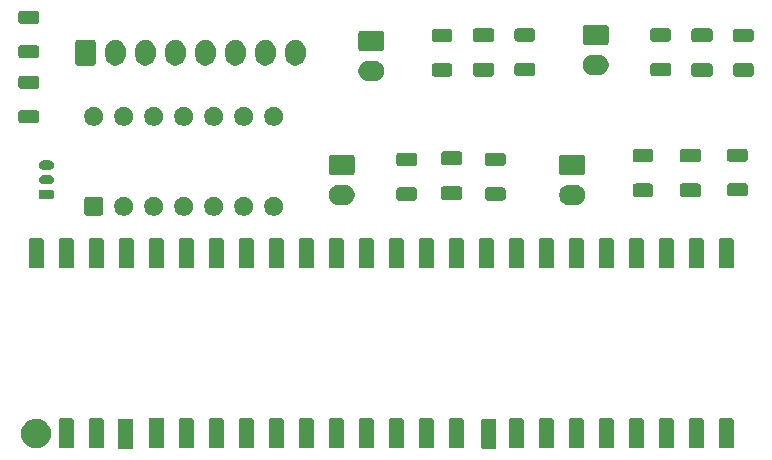
<source format=gts>
G04 #@! TF.GenerationSoftware,KiCad,Pcbnew,9.0.2*
G04 #@! TF.CreationDate,2025-07-30T12:20:49-07:00*
G04 #@! TF.ProjectId,fsrPrototype3,66737250-726f-4746-9f74-797065332e6b,rev?*
G04 #@! TF.SameCoordinates,Original*
G04 #@! TF.FileFunction,Soldermask,Top*
G04 #@! TF.FilePolarity,Negative*
%FSLAX46Y46*%
G04 Gerber Fmt 4.6, Leading zero omitted, Abs format (unit mm)*
G04 Created by KiCad (PCBNEW 9.0.2) date 2025-07-30 12:20:49*
%MOMM*%
%LPD*%
G01*
G04 APERTURE LIST*
G04 APERTURE END LIST*
G36*
X90774121Y-80024289D02*
G01*
X90805022Y-80044937D01*
X90825670Y-80075838D01*
X90832920Y-80112289D01*
X90832920Y-82461789D01*
X90825670Y-82498240D01*
X90805022Y-82529141D01*
X90774121Y-82549789D01*
X90737670Y-82557039D01*
X89658170Y-82557039D01*
X89621719Y-82549789D01*
X89590818Y-82529141D01*
X89570170Y-82498240D01*
X89562920Y-82461789D01*
X89562920Y-80112289D01*
X89570170Y-80075838D01*
X89590818Y-80044937D01*
X89621719Y-80024289D01*
X89658170Y-80017039D01*
X90737670Y-80017039D01*
X90774121Y-80024289D01*
G37*
G36*
X121546281Y-80024289D02*
G01*
X121577182Y-80044937D01*
X121597830Y-80075838D01*
X121605080Y-80112289D01*
X121605080Y-82461789D01*
X121597830Y-82498240D01*
X121577182Y-82529141D01*
X121546281Y-82549789D01*
X121509830Y-82557039D01*
X120430330Y-82557039D01*
X120393879Y-82549789D01*
X120362978Y-82529141D01*
X120342330Y-82498240D01*
X120335080Y-82461789D01*
X120335080Y-80112289D01*
X120342330Y-80075838D01*
X120362978Y-80044937D01*
X120393879Y-80024289D01*
X120430330Y-80017039D01*
X121509830Y-80017039D01*
X121546281Y-80024289D01*
G37*
G36*
X85736201Y-79977250D02*
G01*
X85767102Y-79997898D01*
X85787750Y-80028799D01*
X85795000Y-80065250D01*
X85795000Y-82414750D01*
X85787750Y-82451201D01*
X85767102Y-82482102D01*
X85736201Y-82502750D01*
X85699750Y-82510000D01*
X84620250Y-82510000D01*
X84583799Y-82502750D01*
X84552898Y-82482102D01*
X84532250Y-82451201D01*
X84525000Y-82414750D01*
X84525000Y-80065250D01*
X84532250Y-80028799D01*
X84552898Y-79997898D01*
X84583799Y-79977250D01*
X84620250Y-79970000D01*
X85699750Y-79970000D01*
X85736201Y-79977250D01*
G37*
G36*
X88276201Y-79977250D02*
G01*
X88307102Y-79997898D01*
X88327750Y-80028799D01*
X88335000Y-80065250D01*
X88335000Y-82414750D01*
X88327750Y-82451201D01*
X88307102Y-82482102D01*
X88276201Y-82502750D01*
X88239750Y-82510000D01*
X87160250Y-82510000D01*
X87123799Y-82502750D01*
X87092898Y-82482102D01*
X87072250Y-82451201D01*
X87065000Y-82414750D01*
X87065000Y-80065250D01*
X87072250Y-80028799D01*
X87092898Y-79997898D01*
X87123799Y-79977250D01*
X87160250Y-79970000D01*
X88239750Y-79970000D01*
X88276201Y-79977250D01*
G37*
G36*
X95896201Y-79977250D02*
G01*
X95927102Y-79997898D01*
X95947750Y-80028799D01*
X95955000Y-80065250D01*
X95955000Y-82414750D01*
X95947750Y-82451201D01*
X95927102Y-82482102D01*
X95896201Y-82502750D01*
X95859750Y-82510000D01*
X94780250Y-82510000D01*
X94743799Y-82502750D01*
X94712898Y-82482102D01*
X94692250Y-82451201D01*
X94685000Y-82414750D01*
X94685000Y-80065250D01*
X94692250Y-80028799D01*
X94712898Y-79997898D01*
X94743799Y-79977250D01*
X94780250Y-79970000D01*
X95859750Y-79970000D01*
X95896201Y-79977250D01*
G37*
G36*
X98436201Y-79977250D02*
G01*
X98467102Y-79997898D01*
X98487750Y-80028799D01*
X98495000Y-80065250D01*
X98495000Y-82414750D01*
X98487750Y-82451201D01*
X98467102Y-82482102D01*
X98436201Y-82502750D01*
X98399750Y-82510000D01*
X97320250Y-82510000D01*
X97283799Y-82502750D01*
X97252898Y-82482102D01*
X97232250Y-82451201D01*
X97225000Y-82414750D01*
X97225000Y-80065250D01*
X97232250Y-80028799D01*
X97252898Y-79997898D01*
X97283799Y-79977250D01*
X97320250Y-79970000D01*
X98399750Y-79970000D01*
X98436201Y-79977250D01*
G37*
G36*
X100976201Y-79977250D02*
G01*
X101007102Y-79997898D01*
X101027750Y-80028799D01*
X101035000Y-80065250D01*
X101035000Y-82414750D01*
X101027750Y-82451201D01*
X101007102Y-82482102D01*
X100976201Y-82502750D01*
X100939750Y-82510000D01*
X99860250Y-82510000D01*
X99823799Y-82502750D01*
X99792898Y-82482102D01*
X99772250Y-82451201D01*
X99765000Y-82414750D01*
X99765000Y-80065250D01*
X99772250Y-80028799D01*
X99792898Y-79997898D01*
X99823799Y-79977250D01*
X99860250Y-79970000D01*
X100939750Y-79970000D01*
X100976201Y-79977250D01*
G37*
G36*
X103516201Y-79977250D02*
G01*
X103547102Y-79997898D01*
X103567750Y-80028799D01*
X103575000Y-80065250D01*
X103575000Y-82414750D01*
X103567750Y-82451201D01*
X103547102Y-82482102D01*
X103516201Y-82502750D01*
X103479750Y-82510000D01*
X102400250Y-82510000D01*
X102363799Y-82502750D01*
X102332898Y-82482102D01*
X102312250Y-82451201D01*
X102305000Y-82414750D01*
X102305000Y-80065250D01*
X102312250Y-80028799D01*
X102332898Y-79997898D01*
X102363799Y-79977250D01*
X102400250Y-79970000D01*
X103479750Y-79970000D01*
X103516201Y-79977250D01*
G37*
G36*
X106056201Y-79977250D02*
G01*
X106087102Y-79997898D01*
X106107750Y-80028799D01*
X106115000Y-80065250D01*
X106115000Y-82414750D01*
X106107750Y-82451201D01*
X106087102Y-82482102D01*
X106056201Y-82502750D01*
X106019750Y-82510000D01*
X104940250Y-82510000D01*
X104903799Y-82502750D01*
X104872898Y-82482102D01*
X104852250Y-82451201D01*
X104845000Y-82414750D01*
X104845000Y-80065250D01*
X104852250Y-80028799D01*
X104872898Y-79997898D01*
X104903799Y-79977250D01*
X104940250Y-79970000D01*
X106019750Y-79970000D01*
X106056201Y-79977250D01*
G37*
G36*
X108596201Y-79977250D02*
G01*
X108627102Y-79997898D01*
X108647750Y-80028799D01*
X108655000Y-80065250D01*
X108655000Y-82414750D01*
X108647750Y-82451201D01*
X108627102Y-82482102D01*
X108596201Y-82502750D01*
X108559750Y-82510000D01*
X107480250Y-82510000D01*
X107443799Y-82502750D01*
X107412898Y-82482102D01*
X107392250Y-82451201D01*
X107385000Y-82414750D01*
X107385000Y-80065250D01*
X107392250Y-80028799D01*
X107412898Y-79997898D01*
X107443799Y-79977250D01*
X107480250Y-79970000D01*
X108559750Y-79970000D01*
X108596201Y-79977250D01*
G37*
G36*
X111136201Y-79977250D02*
G01*
X111167102Y-79997898D01*
X111187750Y-80028799D01*
X111195000Y-80065250D01*
X111195000Y-82414750D01*
X111187750Y-82451201D01*
X111167102Y-82482102D01*
X111136201Y-82502750D01*
X111099750Y-82510000D01*
X110020250Y-82510000D01*
X109983799Y-82502750D01*
X109952898Y-82482102D01*
X109932250Y-82451201D01*
X109925000Y-82414750D01*
X109925000Y-80065250D01*
X109932250Y-80028799D01*
X109952898Y-79997898D01*
X109983799Y-79977250D01*
X110020250Y-79970000D01*
X111099750Y-79970000D01*
X111136201Y-79977250D01*
G37*
G36*
X113676201Y-79977250D02*
G01*
X113707102Y-79997898D01*
X113727750Y-80028799D01*
X113735000Y-80065250D01*
X113735000Y-82414750D01*
X113727750Y-82451201D01*
X113707102Y-82482102D01*
X113676201Y-82502750D01*
X113639750Y-82510000D01*
X112560250Y-82510000D01*
X112523799Y-82502750D01*
X112492898Y-82482102D01*
X112472250Y-82451201D01*
X112465000Y-82414750D01*
X112465000Y-80065250D01*
X112472250Y-80028799D01*
X112492898Y-79997898D01*
X112523799Y-79977250D01*
X112560250Y-79970000D01*
X113639750Y-79970000D01*
X113676201Y-79977250D01*
G37*
G36*
X116216201Y-79977250D02*
G01*
X116247102Y-79997898D01*
X116267750Y-80028799D01*
X116275000Y-80065250D01*
X116275000Y-82414750D01*
X116267750Y-82451201D01*
X116247102Y-82482102D01*
X116216201Y-82502750D01*
X116179750Y-82510000D01*
X115100250Y-82510000D01*
X115063799Y-82502750D01*
X115032898Y-82482102D01*
X115012250Y-82451201D01*
X115005000Y-82414750D01*
X115005000Y-80065250D01*
X115012250Y-80028799D01*
X115032898Y-79997898D01*
X115063799Y-79977250D01*
X115100250Y-79970000D01*
X116179750Y-79970000D01*
X116216201Y-79977250D01*
G37*
G36*
X118756201Y-79977250D02*
G01*
X118787102Y-79997898D01*
X118807750Y-80028799D01*
X118815000Y-80065250D01*
X118815000Y-82414750D01*
X118807750Y-82451201D01*
X118787102Y-82482102D01*
X118756201Y-82502750D01*
X118719750Y-82510000D01*
X117640250Y-82510000D01*
X117603799Y-82502750D01*
X117572898Y-82482102D01*
X117552250Y-82451201D01*
X117545000Y-82414750D01*
X117545000Y-80065250D01*
X117552250Y-80028799D01*
X117572898Y-79997898D01*
X117603799Y-79977250D01*
X117640250Y-79970000D01*
X118719750Y-79970000D01*
X118756201Y-79977250D01*
G37*
G36*
X123836201Y-79977250D02*
G01*
X123867102Y-79997898D01*
X123887750Y-80028799D01*
X123895000Y-80065250D01*
X123895000Y-82414750D01*
X123887750Y-82451201D01*
X123867102Y-82482102D01*
X123836201Y-82502750D01*
X123799750Y-82510000D01*
X122720250Y-82510000D01*
X122683799Y-82502750D01*
X122652898Y-82482102D01*
X122632250Y-82451201D01*
X122625000Y-82414750D01*
X122625000Y-80065250D01*
X122632250Y-80028799D01*
X122652898Y-79997898D01*
X122683799Y-79977250D01*
X122720250Y-79970000D01*
X123799750Y-79970000D01*
X123836201Y-79977250D01*
G37*
G36*
X126376201Y-79977250D02*
G01*
X126407102Y-79997898D01*
X126427750Y-80028799D01*
X126435000Y-80065250D01*
X126435000Y-82414750D01*
X126427750Y-82451201D01*
X126407102Y-82482102D01*
X126376201Y-82502750D01*
X126339750Y-82510000D01*
X125260250Y-82510000D01*
X125223799Y-82502750D01*
X125192898Y-82482102D01*
X125172250Y-82451201D01*
X125165000Y-82414750D01*
X125165000Y-80065250D01*
X125172250Y-80028799D01*
X125192898Y-79997898D01*
X125223799Y-79977250D01*
X125260250Y-79970000D01*
X126339750Y-79970000D01*
X126376201Y-79977250D01*
G37*
G36*
X128916201Y-79977250D02*
G01*
X128947102Y-79997898D01*
X128967750Y-80028799D01*
X128975000Y-80065250D01*
X128975000Y-82414750D01*
X128967750Y-82451201D01*
X128947102Y-82482102D01*
X128916201Y-82502750D01*
X128879750Y-82510000D01*
X127800250Y-82510000D01*
X127763799Y-82502750D01*
X127732898Y-82482102D01*
X127712250Y-82451201D01*
X127705000Y-82414750D01*
X127705000Y-80065250D01*
X127712250Y-80028799D01*
X127732898Y-79997898D01*
X127763799Y-79977250D01*
X127800250Y-79970000D01*
X128879750Y-79970000D01*
X128916201Y-79977250D01*
G37*
G36*
X131456201Y-79977250D02*
G01*
X131487102Y-79997898D01*
X131507750Y-80028799D01*
X131515000Y-80065250D01*
X131515000Y-82414750D01*
X131507750Y-82451201D01*
X131487102Y-82482102D01*
X131456201Y-82502750D01*
X131419750Y-82510000D01*
X130340250Y-82510000D01*
X130303799Y-82502750D01*
X130272898Y-82482102D01*
X130252250Y-82451201D01*
X130245000Y-82414750D01*
X130245000Y-80065250D01*
X130252250Y-80028799D01*
X130272898Y-79997898D01*
X130303799Y-79977250D01*
X130340250Y-79970000D01*
X131419750Y-79970000D01*
X131456201Y-79977250D01*
G37*
G36*
X133996201Y-79977250D02*
G01*
X134027102Y-79997898D01*
X134047750Y-80028799D01*
X134055000Y-80065250D01*
X134055000Y-82414750D01*
X134047750Y-82451201D01*
X134027102Y-82482102D01*
X133996201Y-82502750D01*
X133959750Y-82510000D01*
X132880250Y-82510000D01*
X132843799Y-82502750D01*
X132812898Y-82482102D01*
X132792250Y-82451201D01*
X132785000Y-82414750D01*
X132785000Y-80065250D01*
X132792250Y-80028799D01*
X132812898Y-79997898D01*
X132843799Y-79977250D01*
X132880250Y-79970000D01*
X133959750Y-79970000D01*
X133996201Y-79977250D01*
G37*
G36*
X136536201Y-79977250D02*
G01*
X136567102Y-79997898D01*
X136587750Y-80028799D01*
X136595000Y-80065250D01*
X136595000Y-82414750D01*
X136587750Y-82451201D01*
X136567102Y-82482102D01*
X136536201Y-82502750D01*
X136499750Y-82510000D01*
X135420250Y-82510000D01*
X135383799Y-82502750D01*
X135352898Y-82482102D01*
X135332250Y-82451201D01*
X135325000Y-82414750D01*
X135325000Y-80065250D01*
X135332250Y-80028799D01*
X135352898Y-79997898D01*
X135383799Y-79977250D01*
X135420250Y-79970000D01*
X136499750Y-79970000D01*
X136536201Y-79977250D01*
G37*
G36*
X139076201Y-79977250D02*
G01*
X139107102Y-79997898D01*
X139127750Y-80028799D01*
X139135000Y-80065250D01*
X139135000Y-82414750D01*
X139127750Y-82451201D01*
X139107102Y-82482102D01*
X139076201Y-82502750D01*
X139039750Y-82510000D01*
X137960250Y-82510000D01*
X137923799Y-82502750D01*
X137892898Y-82482102D01*
X137872250Y-82451201D01*
X137865000Y-82414750D01*
X137865000Y-80065250D01*
X137872250Y-80028799D01*
X137892898Y-79997898D01*
X137923799Y-79977250D01*
X137960250Y-79970000D01*
X139039750Y-79970000D01*
X139076201Y-79977250D01*
G37*
G36*
X141616201Y-79977250D02*
G01*
X141647102Y-79997898D01*
X141667750Y-80028799D01*
X141675000Y-80065250D01*
X141675000Y-82414750D01*
X141667750Y-82451201D01*
X141647102Y-82482102D01*
X141616201Y-82502750D01*
X141579750Y-82510000D01*
X140500250Y-82510000D01*
X140463799Y-82502750D01*
X140432898Y-82482102D01*
X140412250Y-82451201D01*
X140405000Y-82414750D01*
X140405000Y-80065250D01*
X140412250Y-80028799D01*
X140432898Y-79997898D01*
X140463799Y-79977250D01*
X140500250Y-79970000D01*
X141579750Y-79970000D01*
X141616201Y-79977250D01*
G37*
G36*
X82916476Y-80005090D02*
G01*
X83106008Y-80066673D01*
X83283573Y-80157147D01*
X83444799Y-80274284D01*
X83585716Y-80415201D01*
X83702853Y-80576427D01*
X83793327Y-80753992D01*
X83854910Y-80943524D01*
X83886085Y-81140357D01*
X83886085Y-81339643D01*
X83854910Y-81536476D01*
X83793327Y-81726008D01*
X83702853Y-81903573D01*
X83585716Y-82064799D01*
X83444799Y-82205716D01*
X83283573Y-82322853D01*
X83106008Y-82413327D01*
X82916476Y-82474910D01*
X82719643Y-82506085D01*
X82520357Y-82506085D01*
X82323524Y-82474910D01*
X82133992Y-82413327D01*
X81956427Y-82322853D01*
X81795201Y-82205716D01*
X81654284Y-82064799D01*
X81537147Y-81903573D01*
X81446673Y-81726008D01*
X81385090Y-81536476D01*
X81353915Y-81339643D01*
X81353915Y-81140357D01*
X81385090Y-80943524D01*
X81446673Y-80753992D01*
X81537147Y-80576427D01*
X81654284Y-80415201D01*
X81795201Y-80274284D01*
X81956427Y-80157147D01*
X82133992Y-80066673D01*
X82323524Y-80005090D01*
X82520357Y-79973915D01*
X82719643Y-79973915D01*
X82916476Y-80005090D01*
G37*
G36*
X93406548Y-79933516D02*
G01*
X93437449Y-79954164D01*
X93458097Y-79985065D01*
X93465347Y-80021516D01*
X93465347Y-82371016D01*
X93458097Y-82407467D01*
X93437449Y-82438368D01*
X93406548Y-82459016D01*
X93370097Y-82466266D01*
X92290597Y-82466266D01*
X92254146Y-82459016D01*
X92223245Y-82438368D01*
X92202597Y-82407467D01*
X92195347Y-82371016D01*
X92195347Y-80021516D01*
X92202597Y-79985065D01*
X92223245Y-79954164D01*
X92254146Y-79933516D01*
X92290597Y-79926266D01*
X93370097Y-79926266D01*
X93406548Y-79933516D01*
G37*
G36*
X83196201Y-64737250D02*
G01*
X83227102Y-64757898D01*
X83247750Y-64788799D01*
X83255000Y-64825250D01*
X83255000Y-67174750D01*
X83247750Y-67211201D01*
X83227102Y-67242102D01*
X83196201Y-67262750D01*
X83159750Y-67270000D01*
X82080250Y-67270000D01*
X82043799Y-67262750D01*
X82012898Y-67242102D01*
X81992250Y-67211201D01*
X81985000Y-67174750D01*
X81985000Y-64825250D01*
X81992250Y-64788799D01*
X82012898Y-64757898D01*
X82043799Y-64737250D01*
X82080250Y-64730000D01*
X83159750Y-64730000D01*
X83196201Y-64737250D01*
G37*
G36*
X85736201Y-64737250D02*
G01*
X85767102Y-64757898D01*
X85787750Y-64788799D01*
X85795000Y-64825250D01*
X85795000Y-67174750D01*
X85787750Y-67211201D01*
X85767102Y-67242102D01*
X85736201Y-67262750D01*
X85699750Y-67270000D01*
X84620250Y-67270000D01*
X84583799Y-67262750D01*
X84552898Y-67242102D01*
X84532250Y-67211201D01*
X84525000Y-67174750D01*
X84525000Y-64825250D01*
X84532250Y-64788799D01*
X84552898Y-64757898D01*
X84583799Y-64737250D01*
X84620250Y-64730000D01*
X85699750Y-64730000D01*
X85736201Y-64737250D01*
G37*
G36*
X88276201Y-64737250D02*
G01*
X88307102Y-64757898D01*
X88327750Y-64788799D01*
X88335000Y-64825250D01*
X88335000Y-67174750D01*
X88327750Y-67211201D01*
X88307102Y-67242102D01*
X88276201Y-67262750D01*
X88239750Y-67270000D01*
X87160250Y-67270000D01*
X87123799Y-67262750D01*
X87092898Y-67242102D01*
X87072250Y-67211201D01*
X87065000Y-67174750D01*
X87065000Y-64825250D01*
X87072250Y-64788799D01*
X87092898Y-64757898D01*
X87123799Y-64737250D01*
X87160250Y-64730000D01*
X88239750Y-64730000D01*
X88276201Y-64737250D01*
G37*
G36*
X90816201Y-64737250D02*
G01*
X90847102Y-64757898D01*
X90867750Y-64788799D01*
X90875000Y-64825250D01*
X90875000Y-67174750D01*
X90867750Y-67211201D01*
X90847102Y-67242102D01*
X90816201Y-67262750D01*
X90779750Y-67270000D01*
X89700250Y-67270000D01*
X89663799Y-67262750D01*
X89632898Y-67242102D01*
X89612250Y-67211201D01*
X89605000Y-67174750D01*
X89605000Y-64825250D01*
X89612250Y-64788799D01*
X89632898Y-64757898D01*
X89663799Y-64737250D01*
X89700250Y-64730000D01*
X90779750Y-64730000D01*
X90816201Y-64737250D01*
G37*
G36*
X93356201Y-64737250D02*
G01*
X93387102Y-64757898D01*
X93407750Y-64788799D01*
X93415000Y-64825250D01*
X93415000Y-67174750D01*
X93407750Y-67211201D01*
X93387102Y-67242102D01*
X93356201Y-67262750D01*
X93319750Y-67270000D01*
X92240250Y-67270000D01*
X92203799Y-67262750D01*
X92172898Y-67242102D01*
X92152250Y-67211201D01*
X92145000Y-67174750D01*
X92145000Y-64825250D01*
X92152250Y-64788799D01*
X92172898Y-64757898D01*
X92203799Y-64737250D01*
X92240250Y-64730000D01*
X93319750Y-64730000D01*
X93356201Y-64737250D01*
G37*
G36*
X95896201Y-64737250D02*
G01*
X95927102Y-64757898D01*
X95947750Y-64788799D01*
X95955000Y-64825250D01*
X95955000Y-67174750D01*
X95947750Y-67211201D01*
X95927102Y-67242102D01*
X95896201Y-67262750D01*
X95859750Y-67270000D01*
X94780250Y-67270000D01*
X94743799Y-67262750D01*
X94712898Y-67242102D01*
X94692250Y-67211201D01*
X94685000Y-67174750D01*
X94685000Y-64825250D01*
X94692250Y-64788799D01*
X94712898Y-64757898D01*
X94743799Y-64737250D01*
X94780250Y-64730000D01*
X95859750Y-64730000D01*
X95896201Y-64737250D01*
G37*
G36*
X98436201Y-64737250D02*
G01*
X98467102Y-64757898D01*
X98487750Y-64788799D01*
X98495000Y-64825250D01*
X98495000Y-67174750D01*
X98487750Y-67211201D01*
X98467102Y-67242102D01*
X98436201Y-67262750D01*
X98399750Y-67270000D01*
X97320250Y-67270000D01*
X97283799Y-67262750D01*
X97252898Y-67242102D01*
X97232250Y-67211201D01*
X97225000Y-67174750D01*
X97225000Y-64825250D01*
X97232250Y-64788799D01*
X97252898Y-64757898D01*
X97283799Y-64737250D01*
X97320250Y-64730000D01*
X98399750Y-64730000D01*
X98436201Y-64737250D01*
G37*
G36*
X100976201Y-64737250D02*
G01*
X101007102Y-64757898D01*
X101027750Y-64788799D01*
X101035000Y-64825250D01*
X101035000Y-67174750D01*
X101027750Y-67211201D01*
X101007102Y-67242102D01*
X100976201Y-67262750D01*
X100939750Y-67270000D01*
X99860250Y-67270000D01*
X99823799Y-67262750D01*
X99792898Y-67242102D01*
X99772250Y-67211201D01*
X99765000Y-67174750D01*
X99765000Y-64825250D01*
X99772250Y-64788799D01*
X99792898Y-64757898D01*
X99823799Y-64737250D01*
X99860250Y-64730000D01*
X100939750Y-64730000D01*
X100976201Y-64737250D01*
G37*
G36*
X103516201Y-64737250D02*
G01*
X103547102Y-64757898D01*
X103567750Y-64788799D01*
X103575000Y-64825250D01*
X103575000Y-67174750D01*
X103567750Y-67211201D01*
X103547102Y-67242102D01*
X103516201Y-67262750D01*
X103479750Y-67270000D01*
X102400250Y-67270000D01*
X102363799Y-67262750D01*
X102332898Y-67242102D01*
X102312250Y-67211201D01*
X102305000Y-67174750D01*
X102305000Y-64825250D01*
X102312250Y-64788799D01*
X102332898Y-64757898D01*
X102363799Y-64737250D01*
X102400250Y-64730000D01*
X103479750Y-64730000D01*
X103516201Y-64737250D01*
G37*
G36*
X106056201Y-64737250D02*
G01*
X106087102Y-64757898D01*
X106107750Y-64788799D01*
X106115000Y-64825250D01*
X106115000Y-67174750D01*
X106107750Y-67211201D01*
X106087102Y-67242102D01*
X106056201Y-67262750D01*
X106019750Y-67270000D01*
X104940250Y-67270000D01*
X104903799Y-67262750D01*
X104872898Y-67242102D01*
X104852250Y-67211201D01*
X104845000Y-67174750D01*
X104845000Y-64825250D01*
X104852250Y-64788799D01*
X104872898Y-64757898D01*
X104903799Y-64737250D01*
X104940250Y-64730000D01*
X106019750Y-64730000D01*
X106056201Y-64737250D01*
G37*
G36*
X108596201Y-64737250D02*
G01*
X108627102Y-64757898D01*
X108647750Y-64788799D01*
X108655000Y-64825250D01*
X108655000Y-67174750D01*
X108647750Y-67211201D01*
X108627102Y-67242102D01*
X108596201Y-67262750D01*
X108559750Y-67270000D01*
X107480250Y-67270000D01*
X107443799Y-67262750D01*
X107412898Y-67242102D01*
X107392250Y-67211201D01*
X107385000Y-67174750D01*
X107385000Y-64825250D01*
X107392250Y-64788799D01*
X107412898Y-64757898D01*
X107443799Y-64737250D01*
X107480250Y-64730000D01*
X108559750Y-64730000D01*
X108596201Y-64737250D01*
G37*
G36*
X111136201Y-64737250D02*
G01*
X111167102Y-64757898D01*
X111187750Y-64788799D01*
X111195000Y-64825250D01*
X111195000Y-67174750D01*
X111187750Y-67211201D01*
X111167102Y-67242102D01*
X111136201Y-67262750D01*
X111099750Y-67270000D01*
X110020250Y-67270000D01*
X109983799Y-67262750D01*
X109952898Y-67242102D01*
X109932250Y-67211201D01*
X109925000Y-67174750D01*
X109925000Y-64825250D01*
X109932250Y-64788799D01*
X109952898Y-64757898D01*
X109983799Y-64737250D01*
X110020250Y-64730000D01*
X111099750Y-64730000D01*
X111136201Y-64737250D01*
G37*
G36*
X113676201Y-64737250D02*
G01*
X113707102Y-64757898D01*
X113727750Y-64788799D01*
X113735000Y-64825250D01*
X113735000Y-67174750D01*
X113727750Y-67211201D01*
X113707102Y-67242102D01*
X113676201Y-67262750D01*
X113639750Y-67270000D01*
X112560250Y-67270000D01*
X112523799Y-67262750D01*
X112492898Y-67242102D01*
X112472250Y-67211201D01*
X112465000Y-67174750D01*
X112465000Y-64825250D01*
X112472250Y-64788799D01*
X112492898Y-64757898D01*
X112523799Y-64737250D01*
X112560250Y-64730000D01*
X113639750Y-64730000D01*
X113676201Y-64737250D01*
G37*
G36*
X116216201Y-64737250D02*
G01*
X116247102Y-64757898D01*
X116267750Y-64788799D01*
X116275000Y-64825250D01*
X116275000Y-67174750D01*
X116267750Y-67211201D01*
X116247102Y-67242102D01*
X116216201Y-67262750D01*
X116179750Y-67270000D01*
X115100250Y-67270000D01*
X115063799Y-67262750D01*
X115032898Y-67242102D01*
X115012250Y-67211201D01*
X115005000Y-67174750D01*
X115005000Y-64825250D01*
X115012250Y-64788799D01*
X115032898Y-64757898D01*
X115063799Y-64737250D01*
X115100250Y-64730000D01*
X116179750Y-64730000D01*
X116216201Y-64737250D01*
G37*
G36*
X118756201Y-64737250D02*
G01*
X118787102Y-64757898D01*
X118807750Y-64788799D01*
X118815000Y-64825250D01*
X118815000Y-67174750D01*
X118807750Y-67211201D01*
X118787102Y-67242102D01*
X118756201Y-67262750D01*
X118719750Y-67270000D01*
X117640250Y-67270000D01*
X117603799Y-67262750D01*
X117572898Y-67242102D01*
X117552250Y-67211201D01*
X117545000Y-67174750D01*
X117545000Y-64825250D01*
X117552250Y-64788799D01*
X117572898Y-64757898D01*
X117603799Y-64737250D01*
X117640250Y-64730000D01*
X118719750Y-64730000D01*
X118756201Y-64737250D01*
G37*
G36*
X121296201Y-64737250D02*
G01*
X121327102Y-64757898D01*
X121347750Y-64788799D01*
X121355000Y-64825250D01*
X121355000Y-67174750D01*
X121347750Y-67211201D01*
X121327102Y-67242102D01*
X121296201Y-67262750D01*
X121259750Y-67270000D01*
X120180250Y-67270000D01*
X120143799Y-67262750D01*
X120112898Y-67242102D01*
X120092250Y-67211201D01*
X120085000Y-67174750D01*
X120085000Y-64825250D01*
X120092250Y-64788799D01*
X120112898Y-64757898D01*
X120143799Y-64737250D01*
X120180250Y-64730000D01*
X121259750Y-64730000D01*
X121296201Y-64737250D01*
G37*
G36*
X123836201Y-64737250D02*
G01*
X123867102Y-64757898D01*
X123887750Y-64788799D01*
X123895000Y-64825250D01*
X123895000Y-67174750D01*
X123887750Y-67211201D01*
X123867102Y-67242102D01*
X123836201Y-67262750D01*
X123799750Y-67270000D01*
X122720250Y-67270000D01*
X122683799Y-67262750D01*
X122652898Y-67242102D01*
X122632250Y-67211201D01*
X122625000Y-67174750D01*
X122625000Y-64825250D01*
X122632250Y-64788799D01*
X122652898Y-64757898D01*
X122683799Y-64737250D01*
X122720250Y-64730000D01*
X123799750Y-64730000D01*
X123836201Y-64737250D01*
G37*
G36*
X126376201Y-64737250D02*
G01*
X126407102Y-64757898D01*
X126427750Y-64788799D01*
X126435000Y-64825250D01*
X126435000Y-67174750D01*
X126427750Y-67211201D01*
X126407102Y-67242102D01*
X126376201Y-67262750D01*
X126339750Y-67270000D01*
X125260250Y-67270000D01*
X125223799Y-67262750D01*
X125192898Y-67242102D01*
X125172250Y-67211201D01*
X125165000Y-67174750D01*
X125165000Y-64825250D01*
X125172250Y-64788799D01*
X125192898Y-64757898D01*
X125223799Y-64737250D01*
X125260250Y-64730000D01*
X126339750Y-64730000D01*
X126376201Y-64737250D01*
G37*
G36*
X128916201Y-64737250D02*
G01*
X128947102Y-64757898D01*
X128967750Y-64788799D01*
X128975000Y-64825250D01*
X128975000Y-67174750D01*
X128967750Y-67211201D01*
X128947102Y-67242102D01*
X128916201Y-67262750D01*
X128879750Y-67270000D01*
X127800250Y-67270000D01*
X127763799Y-67262750D01*
X127732898Y-67242102D01*
X127712250Y-67211201D01*
X127705000Y-67174750D01*
X127705000Y-64825250D01*
X127712250Y-64788799D01*
X127732898Y-64757898D01*
X127763799Y-64737250D01*
X127800250Y-64730000D01*
X128879750Y-64730000D01*
X128916201Y-64737250D01*
G37*
G36*
X131456201Y-64737250D02*
G01*
X131487102Y-64757898D01*
X131507750Y-64788799D01*
X131515000Y-64825250D01*
X131515000Y-67174750D01*
X131507750Y-67211201D01*
X131487102Y-67242102D01*
X131456201Y-67262750D01*
X131419750Y-67270000D01*
X130340250Y-67270000D01*
X130303799Y-67262750D01*
X130272898Y-67242102D01*
X130252250Y-67211201D01*
X130245000Y-67174750D01*
X130245000Y-64825250D01*
X130252250Y-64788799D01*
X130272898Y-64757898D01*
X130303799Y-64737250D01*
X130340250Y-64730000D01*
X131419750Y-64730000D01*
X131456201Y-64737250D01*
G37*
G36*
X133996201Y-64737250D02*
G01*
X134027102Y-64757898D01*
X134047750Y-64788799D01*
X134055000Y-64825250D01*
X134055000Y-67174750D01*
X134047750Y-67211201D01*
X134027102Y-67242102D01*
X133996201Y-67262750D01*
X133959750Y-67270000D01*
X132880250Y-67270000D01*
X132843799Y-67262750D01*
X132812898Y-67242102D01*
X132792250Y-67211201D01*
X132785000Y-67174750D01*
X132785000Y-64825250D01*
X132792250Y-64788799D01*
X132812898Y-64757898D01*
X132843799Y-64737250D01*
X132880250Y-64730000D01*
X133959750Y-64730000D01*
X133996201Y-64737250D01*
G37*
G36*
X136536201Y-64737250D02*
G01*
X136567102Y-64757898D01*
X136587750Y-64788799D01*
X136595000Y-64825250D01*
X136595000Y-67174750D01*
X136587750Y-67211201D01*
X136567102Y-67242102D01*
X136536201Y-67262750D01*
X136499750Y-67270000D01*
X135420250Y-67270000D01*
X135383799Y-67262750D01*
X135352898Y-67242102D01*
X135332250Y-67211201D01*
X135325000Y-67174750D01*
X135325000Y-64825250D01*
X135332250Y-64788799D01*
X135352898Y-64757898D01*
X135383799Y-64737250D01*
X135420250Y-64730000D01*
X136499750Y-64730000D01*
X136536201Y-64737250D01*
G37*
G36*
X139076201Y-64737250D02*
G01*
X139107102Y-64757898D01*
X139127750Y-64788799D01*
X139135000Y-64825250D01*
X139135000Y-67174750D01*
X139127750Y-67211201D01*
X139107102Y-67242102D01*
X139076201Y-67262750D01*
X139039750Y-67270000D01*
X137960250Y-67270000D01*
X137923799Y-67262750D01*
X137892898Y-67242102D01*
X137872250Y-67211201D01*
X137865000Y-67174750D01*
X137865000Y-64825250D01*
X137872250Y-64788799D01*
X137892898Y-64757898D01*
X137923799Y-64737250D01*
X137960250Y-64730000D01*
X139039750Y-64730000D01*
X139076201Y-64737250D01*
G37*
G36*
X141616201Y-64737250D02*
G01*
X141647102Y-64757898D01*
X141667750Y-64788799D01*
X141675000Y-64825250D01*
X141675000Y-67174750D01*
X141667750Y-67211201D01*
X141647102Y-67242102D01*
X141616201Y-67262750D01*
X141579750Y-67270000D01*
X140500250Y-67270000D01*
X140463799Y-67262750D01*
X140432898Y-67242102D01*
X140412250Y-67211201D01*
X140405000Y-67174750D01*
X140405000Y-64825250D01*
X140412250Y-64788799D01*
X140432898Y-64757898D01*
X140463799Y-64737250D01*
X140500250Y-64730000D01*
X141579750Y-64730000D01*
X141616201Y-64737250D01*
G37*
G36*
X88054850Y-61200964D02*
G01*
X88105040Y-61206787D01*
X88122189Y-61214359D01*
X88145671Y-61219030D01*
X88170810Y-61235827D01*
X88190696Y-61244608D01*
X88204277Y-61258189D01*
X88226777Y-61273223D01*
X88241810Y-61295722D01*
X88255391Y-61309303D01*
X88264170Y-61329186D01*
X88280970Y-61354329D01*
X88285641Y-61377812D01*
X88293212Y-61394959D01*
X88299033Y-61445139D01*
X88300000Y-61450000D01*
X88300000Y-62550000D01*
X88299032Y-62554863D01*
X88293212Y-62605040D01*
X88285641Y-62622185D01*
X88280970Y-62645671D01*
X88264169Y-62670815D01*
X88255391Y-62690696D01*
X88241812Y-62704274D01*
X88226777Y-62726777D01*
X88204274Y-62741812D01*
X88190696Y-62755391D01*
X88170815Y-62764169D01*
X88145671Y-62780970D01*
X88122185Y-62785641D01*
X88105040Y-62793212D01*
X88054861Y-62799032D01*
X88050000Y-62800000D01*
X86950000Y-62800000D01*
X86945138Y-62799032D01*
X86894959Y-62793212D01*
X86877812Y-62785641D01*
X86854329Y-62780970D01*
X86829186Y-62764170D01*
X86809303Y-62755391D01*
X86795722Y-62741810D01*
X86773223Y-62726777D01*
X86758189Y-62704277D01*
X86744608Y-62690696D01*
X86735827Y-62670810D01*
X86719030Y-62645671D01*
X86714359Y-62622189D01*
X86706787Y-62605040D01*
X86700964Y-62554849D01*
X86700000Y-62550000D01*
X86700000Y-61450000D01*
X86700964Y-61445150D01*
X86706787Y-61394959D01*
X86714359Y-61377808D01*
X86719030Y-61354329D01*
X86735826Y-61329191D01*
X86744608Y-61309303D01*
X86758191Y-61295719D01*
X86773223Y-61273223D01*
X86795719Y-61258191D01*
X86809303Y-61244608D01*
X86829191Y-61235826D01*
X86854329Y-61219030D01*
X86877808Y-61214359D01*
X86894959Y-61206787D01*
X86945151Y-61200964D01*
X86950000Y-61200000D01*
X88050000Y-61200000D01*
X88054850Y-61200964D01*
G37*
G36*
X90272228Y-61234448D02*
G01*
X90417117Y-61294463D01*
X90547515Y-61381592D01*
X90658408Y-61492485D01*
X90745537Y-61622883D01*
X90805552Y-61767772D01*
X90836148Y-61921586D01*
X90836148Y-62078414D01*
X90805552Y-62232228D01*
X90745537Y-62377117D01*
X90658408Y-62507515D01*
X90547515Y-62618408D01*
X90417117Y-62705537D01*
X90272228Y-62765552D01*
X90118414Y-62796148D01*
X89961586Y-62796148D01*
X89807772Y-62765552D01*
X89662883Y-62705537D01*
X89532485Y-62618408D01*
X89421592Y-62507515D01*
X89334463Y-62377117D01*
X89274448Y-62232228D01*
X89243852Y-62078414D01*
X89243852Y-61921586D01*
X89274448Y-61767772D01*
X89334463Y-61622883D01*
X89421592Y-61492485D01*
X89532485Y-61381592D01*
X89662883Y-61294463D01*
X89807772Y-61234448D01*
X89961586Y-61203852D01*
X90118414Y-61203852D01*
X90272228Y-61234448D01*
G37*
G36*
X92812228Y-61234448D02*
G01*
X92957117Y-61294463D01*
X93087515Y-61381592D01*
X93198408Y-61492485D01*
X93285537Y-61622883D01*
X93345552Y-61767772D01*
X93376148Y-61921586D01*
X93376148Y-62078414D01*
X93345552Y-62232228D01*
X93285537Y-62377117D01*
X93198408Y-62507515D01*
X93087515Y-62618408D01*
X92957117Y-62705537D01*
X92812228Y-62765552D01*
X92658414Y-62796148D01*
X92501586Y-62796148D01*
X92347772Y-62765552D01*
X92202883Y-62705537D01*
X92072485Y-62618408D01*
X91961592Y-62507515D01*
X91874463Y-62377117D01*
X91814448Y-62232228D01*
X91783852Y-62078414D01*
X91783852Y-61921586D01*
X91814448Y-61767772D01*
X91874463Y-61622883D01*
X91961592Y-61492485D01*
X92072485Y-61381592D01*
X92202883Y-61294463D01*
X92347772Y-61234448D01*
X92501586Y-61203852D01*
X92658414Y-61203852D01*
X92812228Y-61234448D01*
G37*
G36*
X95352228Y-61234448D02*
G01*
X95497117Y-61294463D01*
X95627515Y-61381592D01*
X95738408Y-61492485D01*
X95825537Y-61622883D01*
X95885552Y-61767772D01*
X95916148Y-61921586D01*
X95916148Y-62078414D01*
X95885552Y-62232228D01*
X95825537Y-62377117D01*
X95738408Y-62507515D01*
X95627515Y-62618408D01*
X95497117Y-62705537D01*
X95352228Y-62765552D01*
X95198414Y-62796148D01*
X95041586Y-62796148D01*
X94887772Y-62765552D01*
X94742883Y-62705537D01*
X94612485Y-62618408D01*
X94501592Y-62507515D01*
X94414463Y-62377117D01*
X94354448Y-62232228D01*
X94323852Y-62078414D01*
X94323852Y-61921586D01*
X94354448Y-61767772D01*
X94414463Y-61622883D01*
X94501592Y-61492485D01*
X94612485Y-61381592D01*
X94742883Y-61294463D01*
X94887772Y-61234448D01*
X95041586Y-61203852D01*
X95198414Y-61203852D01*
X95352228Y-61234448D01*
G37*
G36*
X97892228Y-61234448D02*
G01*
X98037117Y-61294463D01*
X98167515Y-61381592D01*
X98278408Y-61492485D01*
X98365537Y-61622883D01*
X98425552Y-61767772D01*
X98456148Y-61921586D01*
X98456148Y-62078414D01*
X98425552Y-62232228D01*
X98365537Y-62377117D01*
X98278408Y-62507515D01*
X98167515Y-62618408D01*
X98037117Y-62705537D01*
X97892228Y-62765552D01*
X97738414Y-62796148D01*
X97581586Y-62796148D01*
X97427772Y-62765552D01*
X97282883Y-62705537D01*
X97152485Y-62618408D01*
X97041592Y-62507515D01*
X96954463Y-62377117D01*
X96894448Y-62232228D01*
X96863852Y-62078414D01*
X96863852Y-61921586D01*
X96894448Y-61767772D01*
X96954463Y-61622883D01*
X97041592Y-61492485D01*
X97152485Y-61381592D01*
X97282883Y-61294463D01*
X97427772Y-61234448D01*
X97581586Y-61203852D01*
X97738414Y-61203852D01*
X97892228Y-61234448D01*
G37*
G36*
X100432228Y-61234448D02*
G01*
X100577117Y-61294463D01*
X100707515Y-61381592D01*
X100818408Y-61492485D01*
X100905537Y-61622883D01*
X100965552Y-61767772D01*
X100996148Y-61921586D01*
X100996148Y-62078414D01*
X100965552Y-62232228D01*
X100905537Y-62377117D01*
X100818408Y-62507515D01*
X100707515Y-62618408D01*
X100577117Y-62705537D01*
X100432228Y-62765552D01*
X100278414Y-62796148D01*
X100121586Y-62796148D01*
X99967772Y-62765552D01*
X99822883Y-62705537D01*
X99692485Y-62618408D01*
X99581592Y-62507515D01*
X99494463Y-62377117D01*
X99434448Y-62232228D01*
X99403852Y-62078414D01*
X99403852Y-61921586D01*
X99434448Y-61767772D01*
X99494463Y-61622883D01*
X99581592Y-61492485D01*
X99692485Y-61381592D01*
X99822883Y-61294463D01*
X99967772Y-61234448D01*
X100121586Y-61203852D01*
X100278414Y-61203852D01*
X100432228Y-61234448D01*
G37*
G36*
X102972228Y-61234448D02*
G01*
X103117117Y-61294463D01*
X103247515Y-61381592D01*
X103358408Y-61492485D01*
X103445537Y-61622883D01*
X103505552Y-61767772D01*
X103536148Y-61921586D01*
X103536148Y-62078414D01*
X103505552Y-62232228D01*
X103445537Y-62377117D01*
X103358408Y-62507515D01*
X103247515Y-62618408D01*
X103117117Y-62705537D01*
X102972228Y-62765552D01*
X102818414Y-62796148D01*
X102661586Y-62796148D01*
X102507772Y-62765552D01*
X102362883Y-62705537D01*
X102232485Y-62618408D01*
X102121592Y-62507515D01*
X102034463Y-62377117D01*
X101974448Y-62232228D01*
X101943852Y-62078414D01*
X101943852Y-61921586D01*
X101974448Y-61767772D01*
X102034463Y-61622883D01*
X102121592Y-61492485D01*
X102232485Y-61381592D01*
X102362883Y-61294463D01*
X102507772Y-61234448D01*
X102661586Y-61203852D01*
X102818414Y-61203852D01*
X102972228Y-61234448D01*
G37*
G36*
X108810275Y-60174189D02*
G01*
X108977548Y-60207462D01*
X109135115Y-60272729D01*
X109276922Y-60367481D01*
X109397519Y-60488078D01*
X109492271Y-60629885D01*
X109557538Y-60787452D01*
X109590811Y-60954725D01*
X109590811Y-61125275D01*
X109557538Y-61292548D01*
X109492271Y-61450115D01*
X109397519Y-61591922D01*
X109276922Y-61712519D01*
X109135115Y-61807271D01*
X108977548Y-61872538D01*
X108810275Y-61905811D01*
X108725000Y-61910000D01*
X108723522Y-61910000D01*
X108276478Y-61910000D01*
X108275000Y-61910000D01*
X108189725Y-61905811D01*
X108022452Y-61872538D01*
X107864885Y-61807271D01*
X107723078Y-61712519D01*
X107602481Y-61591922D01*
X107507729Y-61450115D01*
X107442462Y-61292548D01*
X107409189Y-61125275D01*
X107409189Y-60954725D01*
X107442462Y-60787452D01*
X107507729Y-60629885D01*
X107602481Y-60488078D01*
X107723078Y-60367481D01*
X107864885Y-60272729D01*
X108022452Y-60207462D01*
X108189725Y-60174189D01*
X108275000Y-60170000D01*
X108725000Y-60170000D01*
X108810275Y-60174189D01*
G37*
G36*
X128310275Y-60174189D02*
G01*
X128477548Y-60207462D01*
X128635115Y-60272729D01*
X128776922Y-60367481D01*
X128897519Y-60488078D01*
X128992271Y-60629885D01*
X129057538Y-60787452D01*
X129090811Y-60954725D01*
X129090811Y-61125275D01*
X129057538Y-61292548D01*
X128992271Y-61450115D01*
X128897519Y-61591922D01*
X128776922Y-61712519D01*
X128635115Y-61807271D01*
X128477548Y-61872538D01*
X128310275Y-61905811D01*
X128225000Y-61910000D01*
X128223522Y-61910000D01*
X127776478Y-61910000D01*
X127775000Y-61910000D01*
X127689725Y-61905811D01*
X127522452Y-61872538D01*
X127364885Y-61807271D01*
X127223078Y-61712519D01*
X127102481Y-61591922D01*
X127007729Y-61450115D01*
X126942462Y-61292548D01*
X126909189Y-61125275D01*
X126909189Y-60954725D01*
X126942462Y-60787452D01*
X127007729Y-60629885D01*
X127102481Y-60488078D01*
X127223078Y-60367481D01*
X127364885Y-60272729D01*
X127522452Y-60207462D01*
X127689725Y-60174189D01*
X127775000Y-60170000D01*
X128225000Y-60170000D01*
X128310275Y-60174189D01*
G37*
G36*
X114629850Y-60400964D02*
G01*
X114680040Y-60406787D01*
X114697189Y-60414359D01*
X114720671Y-60419030D01*
X114745810Y-60435827D01*
X114765696Y-60444608D01*
X114779277Y-60458189D01*
X114801777Y-60473223D01*
X114816810Y-60495722D01*
X114830391Y-60509303D01*
X114839170Y-60529186D01*
X114855970Y-60554329D01*
X114860641Y-60577812D01*
X114868212Y-60594959D01*
X114874033Y-60645139D01*
X114875000Y-60650000D01*
X114875000Y-61275000D01*
X114874032Y-61279863D01*
X114868212Y-61330040D01*
X114860641Y-61347185D01*
X114855970Y-61370671D01*
X114839169Y-61395815D01*
X114830391Y-61415696D01*
X114816812Y-61429274D01*
X114801777Y-61451777D01*
X114779274Y-61466812D01*
X114765696Y-61480391D01*
X114745815Y-61489169D01*
X114720671Y-61505970D01*
X114697185Y-61510641D01*
X114680040Y-61518212D01*
X114629861Y-61524032D01*
X114625000Y-61525000D01*
X113375000Y-61525000D01*
X113370138Y-61524032D01*
X113319959Y-61518212D01*
X113302812Y-61510641D01*
X113279329Y-61505970D01*
X113254186Y-61489170D01*
X113234303Y-61480391D01*
X113220722Y-61466810D01*
X113198223Y-61451777D01*
X113183189Y-61429277D01*
X113169608Y-61415696D01*
X113160827Y-61395810D01*
X113144030Y-61370671D01*
X113139359Y-61347189D01*
X113131787Y-61330040D01*
X113125964Y-61279849D01*
X113125000Y-61275000D01*
X113125000Y-60650000D01*
X113125964Y-60645150D01*
X113131787Y-60594959D01*
X113139359Y-60577808D01*
X113144030Y-60554329D01*
X113160826Y-60529191D01*
X113169608Y-60509303D01*
X113183191Y-60495719D01*
X113198223Y-60473223D01*
X113220719Y-60458191D01*
X113234303Y-60444608D01*
X113254191Y-60435826D01*
X113279329Y-60419030D01*
X113302808Y-60414359D01*
X113319959Y-60406787D01*
X113370151Y-60400964D01*
X113375000Y-60400000D01*
X114625000Y-60400000D01*
X114629850Y-60400964D01*
G37*
G36*
X122129850Y-60400964D02*
G01*
X122180040Y-60406787D01*
X122197189Y-60414359D01*
X122220671Y-60419030D01*
X122245810Y-60435827D01*
X122265696Y-60444608D01*
X122279277Y-60458189D01*
X122301777Y-60473223D01*
X122316810Y-60495722D01*
X122330391Y-60509303D01*
X122339170Y-60529186D01*
X122355970Y-60554329D01*
X122360641Y-60577812D01*
X122368212Y-60594959D01*
X122374033Y-60645139D01*
X122375000Y-60650000D01*
X122375000Y-61275000D01*
X122374032Y-61279863D01*
X122368212Y-61330040D01*
X122360641Y-61347185D01*
X122355970Y-61370671D01*
X122339169Y-61395815D01*
X122330391Y-61415696D01*
X122316812Y-61429274D01*
X122301777Y-61451777D01*
X122279274Y-61466812D01*
X122265696Y-61480391D01*
X122245815Y-61489169D01*
X122220671Y-61505970D01*
X122197185Y-61510641D01*
X122180040Y-61518212D01*
X122129861Y-61524032D01*
X122125000Y-61525000D01*
X120875000Y-61525000D01*
X120870138Y-61524032D01*
X120819959Y-61518212D01*
X120802812Y-61510641D01*
X120779329Y-61505970D01*
X120754186Y-61489170D01*
X120734303Y-61480391D01*
X120720722Y-61466810D01*
X120698223Y-61451777D01*
X120683189Y-61429277D01*
X120669608Y-61415696D01*
X120660827Y-61395810D01*
X120644030Y-61370671D01*
X120639359Y-61347189D01*
X120631787Y-61330040D01*
X120625964Y-61279849D01*
X120625000Y-61275000D01*
X120625000Y-60650000D01*
X120625964Y-60645150D01*
X120631787Y-60594959D01*
X120639359Y-60577808D01*
X120644030Y-60554329D01*
X120660826Y-60529191D01*
X120669608Y-60509303D01*
X120683191Y-60495719D01*
X120698223Y-60473223D01*
X120720719Y-60458191D01*
X120734303Y-60444608D01*
X120754191Y-60435826D01*
X120779329Y-60419030D01*
X120802808Y-60414359D01*
X120819959Y-60406787D01*
X120870151Y-60400964D01*
X120875000Y-60400000D01*
X122125000Y-60400000D01*
X122129850Y-60400964D01*
G37*
G36*
X118454850Y-60300964D02*
G01*
X118505040Y-60306787D01*
X118522189Y-60314359D01*
X118545671Y-60319030D01*
X118570810Y-60335827D01*
X118590696Y-60344608D01*
X118604277Y-60358189D01*
X118626777Y-60373223D01*
X118641810Y-60395722D01*
X118655391Y-60409303D01*
X118664170Y-60429186D01*
X118680970Y-60454329D01*
X118685641Y-60477812D01*
X118693212Y-60494959D01*
X118699033Y-60545139D01*
X118700000Y-60550000D01*
X118700000Y-61200000D01*
X118699032Y-61204863D01*
X118693212Y-61255040D01*
X118685641Y-61272185D01*
X118680970Y-61295671D01*
X118664169Y-61320815D01*
X118655391Y-61340696D01*
X118641812Y-61354274D01*
X118626777Y-61376777D01*
X118604274Y-61391812D01*
X118590696Y-61405391D01*
X118570815Y-61414169D01*
X118545671Y-61430970D01*
X118522185Y-61435641D01*
X118505040Y-61443212D01*
X118454861Y-61449032D01*
X118450000Y-61450000D01*
X117150000Y-61450000D01*
X117145138Y-61449032D01*
X117094959Y-61443212D01*
X117077812Y-61435641D01*
X117054329Y-61430970D01*
X117029186Y-61414170D01*
X117009303Y-61405391D01*
X116995722Y-61391810D01*
X116973223Y-61376777D01*
X116958189Y-61354277D01*
X116944608Y-61340696D01*
X116935827Y-61320810D01*
X116919030Y-61295671D01*
X116914359Y-61272189D01*
X116906787Y-61255040D01*
X116900964Y-61204849D01*
X116900000Y-61200000D01*
X116900000Y-60550000D01*
X116900964Y-60545150D01*
X116906787Y-60494959D01*
X116914359Y-60477808D01*
X116919030Y-60454329D01*
X116935826Y-60429191D01*
X116944608Y-60409303D01*
X116958191Y-60395719D01*
X116973223Y-60373223D01*
X116995719Y-60358191D01*
X117009303Y-60344608D01*
X117029191Y-60335826D01*
X117054329Y-60319030D01*
X117077808Y-60314359D01*
X117094959Y-60306787D01*
X117145151Y-60300964D01*
X117150000Y-60300000D01*
X118450000Y-60300000D01*
X118454850Y-60300964D01*
G37*
G36*
X84026537Y-60615224D02*
G01*
X84091421Y-60658579D01*
X84134776Y-60723463D01*
X84150000Y-60800000D01*
X84150000Y-61200000D01*
X84134776Y-61276537D01*
X84091421Y-61341421D01*
X84026537Y-61384776D01*
X83950000Y-61400000D01*
X83050000Y-61400000D01*
X82973463Y-61384776D01*
X82908579Y-61341421D01*
X82865224Y-61276537D01*
X82850000Y-61200000D01*
X82850000Y-60800000D01*
X82865224Y-60723463D01*
X82908579Y-60658579D01*
X82973463Y-60615224D01*
X83050000Y-60600000D01*
X83950000Y-60600000D01*
X84026537Y-60615224D01*
G37*
G36*
X138654850Y-60075964D02*
G01*
X138705040Y-60081787D01*
X138722189Y-60089359D01*
X138745671Y-60094030D01*
X138770810Y-60110827D01*
X138790696Y-60119608D01*
X138804277Y-60133189D01*
X138826777Y-60148223D01*
X138841810Y-60170722D01*
X138855391Y-60184303D01*
X138864170Y-60204186D01*
X138880970Y-60229329D01*
X138885641Y-60252812D01*
X138893212Y-60269959D01*
X138899033Y-60320139D01*
X138900000Y-60325000D01*
X138900000Y-60975000D01*
X138899032Y-60979863D01*
X138893212Y-61030040D01*
X138885641Y-61047185D01*
X138880970Y-61070671D01*
X138864169Y-61095815D01*
X138855391Y-61115696D01*
X138841812Y-61129274D01*
X138826777Y-61151777D01*
X138804274Y-61166812D01*
X138790696Y-61180391D01*
X138770815Y-61189169D01*
X138745671Y-61205970D01*
X138722185Y-61210641D01*
X138705040Y-61218212D01*
X138654861Y-61224032D01*
X138650000Y-61225000D01*
X137350000Y-61225000D01*
X137345138Y-61224032D01*
X137294959Y-61218212D01*
X137277812Y-61210641D01*
X137254329Y-61205970D01*
X137229186Y-61189170D01*
X137209303Y-61180391D01*
X137195722Y-61166810D01*
X137173223Y-61151777D01*
X137158189Y-61129277D01*
X137144608Y-61115696D01*
X137135827Y-61095810D01*
X137119030Y-61070671D01*
X137114359Y-61047189D01*
X137106787Y-61030040D01*
X137100964Y-60979849D01*
X137100000Y-60975000D01*
X137100000Y-60325000D01*
X137100964Y-60320150D01*
X137106787Y-60269959D01*
X137114359Y-60252808D01*
X137119030Y-60229329D01*
X137135826Y-60204191D01*
X137144608Y-60184303D01*
X137158191Y-60170719D01*
X137173223Y-60148223D01*
X137195719Y-60133191D01*
X137209303Y-60119608D01*
X137229191Y-60110826D01*
X137254329Y-60094030D01*
X137277808Y-60089359D01*
X137294959Y-60081787D01*
X137345151Y-60075964D01*
X137350000Y-60075000D01*
X138650000Y-60075000D01*
X138654850Y-60075964D01*
G37*
G36*
X134629850Y-60075964D02*
G01*
X134680040Y-60081787D01*
X134697189Y-60089359D01*
X134720671Y-60094030D01*
X134745810Y-60110827D01*
X134765696Y-60119608D01*
X134779277Y-60133189D01*
X134801777Y-60148223D01*
X134816810Y-60170722D01*
X134830391Y-60184303D01*
X134839170Y-60204186D01*
X134855970Y-60229329D01*
X134860641Y-60252812D01*
X134868212Y-60269959D01*
X134874033Y-60320139D01*
X134875000Y-60325000D01*
X134875000Y-60950000D01*
X134874032Y-60954863D01*
X134868212Y-61005040D01*
X134860641Y-61022185D01*
X134855970Y-61045671D01*
X134839169Y-61070815D01*
X134830391Y-61090696D01*
X134816812Y-61104274D01*
X134801777Y-61126777D01*
X134779274Y-61141812D01*
X134765696Y-61155391D01*
X134745815Y-61164169D01*
X134720671Y-61180970D01*
X134697185Y-61185641D01*
X134680040Y-61193212D01*
X134629861Y-61199032D01*
X134625000Y-61200000D01*
X133375000Y-61200000D01*
X133370138Y-61199032D01*
X133319959Y-61193212D01*
X133302812Y-61185641D01*
X133279329Y-61180970D01*
X133254186Y-61164170D01*
X133234303Y-61155391D01*
X133220722Y-61141810D01*
X133198223Y-61126777D01*
X133183189Y-61104277D01*
X133169608Y-61090696D01*
X133160827Y-61070810D01*
X133144030Y-61045671D01*
X133139359Y-61022189D01*
X133131787Y-61005040D01*
X133125964Y-60954849D01*
X133125000Y-60950000D01*
X133125000Y-60325000D01*
X133125964Y-60320150D01*
X133131787Y-60269959D01*
X133139359Y-60252808D01*
X133144030Y-60229329D01*
X133160826Y-60204191D01*
X133169608Y-60184303D01*
X133183191Y-60170719D01*
X133198223Y-60148223D01*
X133220719Y-60133191D01*
X133234303Y-60119608D01*
X133254191Y-60110826D01*
X133279329Y-60094030D01*
X133302808Y-60089359D01*
X133319959Y-60081787D01*
X133370151Y-60075964D01*
X133375000Y-60075000D01*
X134625000Y-60075000D01*
X134629850Y-60075964D01*
G37*
G36*
X142629850Y-60038464D02*
G01*
X142680040Y-60044287D01*
X142697189Y-60051859D01*
X142720671Y-60056530D01*
X142745810Y-60073327D01*
X142765696Y-60082108D01*
X142779277Y-60095689D01*
X142801777Y-60110723D01*
X142816810Y-60133222D01*
X142830391Y-60146803D01*
X142839170Y-60166686D01*
X142855970Y-60191829D01*
X142860641Y-60215312D01*
X142868212Y-60232459D01*
X142874033Y-60282639D01*
X142875000Y-60287500D01*
X142875000Y-60912500D01*
X142874032Y-60917363D01*
X142868212Y-60967540D01*
X142860641Y-60984685D01*
X142855970Y-61008171D01*
X142839169Y-61033315D01*
X142830391Y-61053196D01*
X142816812Y-61066774D01*
X142801777Y-61089277D01*
X142779274Y-61104312D01*
X142765696Y-61117891D01*
X142745815Y-61126669D01*
X142720671Y-61143470D01*
X142697185Y-61148141D01*
X142680040Y-61155712D01*
X142629861Y-61161532D01*
X142625000Y-61162500D01*
X141375000Y-61162500D01*
X141370138Y-61161532D01*
X141319959Y-61155712D01*
X141302812Y-61148141D01*
X141279329Y-61143470D01*
X141254186Y-61126670D01*
X141234303Y-61117891D01*
X141220722Y-61104310D01*
X141198223Y-61089277D01*
X141183189Y-61066777D01*
X141169608Y-61053196D01*
X141160827Y-61033310D01*
X141144030Y-61008171D01*
X141139359Y-60984689D01*
X141131787Y-60967540D01*
X141125964Y-60917349D01*
X141125000Y-60912500D01*
X141125000Y-60287500D01*
X141125964Y-60282650D01*
X141131787Y-60232459D01*
X141139359Y-60215308D01*
X141144030Y-60191829D01*
X141160826Y-60166691D01*
X141169608Y-60146803D01*
X141183191Y-60133219D01*
X141198223Y-60110723D01*
X141220719Y-60095691D01*
X141234303Y-60082108D01*
X141254191Y-60073326D01*
X141279329Y-60056530D01*
X141302808Y-60051859D01*
X141319959Y-60044287D01*
X141370151Y-60038464D01*
X141375000Y-60037500D01*
X142625000Y-60037500D01*
X142629850Y-60038464D01*
G37*
G36*
X83802210Y-59353422D02*
G01*
X83903073Y-59380448D01*
X83993505Y-59432659D01*
X84067341Y-59506495D01*
X84119552Y-59596927D01*
X84146578Y-59697790D01*
X84146578Y-59802210D01*
X84119552Y-59903073D01*
X84067341Y-59993505D01*
X83993505Y-60067341D01*
X83903073Y-60119552D01*
X83802210Y-60146578D01*
X83750000Y-60150000D01*
X83748029Y-60150000D01*
X83251971Y-60150000D01*
X83250000Y-60150000D01*
X83197790Y-60146578D01*
X83096927Y-60119552D01*
X83006495Y-60067341D01*
X82932659Y-59993505D01*
X82880448Y-59903073D01*
X82853422Y-59802210D01*
X82853422Y-59697790D01*
X82880448Y-59596927D01*
X82932659Y-59506495D01*
X83006495Y-59432659D01*
X83096927Y-59380448D01*
X83197790Y-59353422D01*
X83250000Y-59350000D01*
X83750000Y-59350000D01*
X83802210Y-59353422D01*
G37*
G36*
X109349850Y-57630964D02*
G01*
X109400040Y-57636787D01*
X109417189Y-57644359D01*
X109440671Y-57649030D01*
X109465810Y-57665827D01*
X109485696Y-57674608D01*
X109499277Y-57688189D01*
X109521777Y-57703223D01*
X109536810Y-57725722D01*
X109550391Y-57739303D01*
X109559170Y-57759186D01*
X109575970Y-57784329D01*
X109580641Y-57807812D01*
X109588212Y-57824959D01*
X109594033Y-57875139D01*
X109595000Y-57880000D01*
X109595000Y-59120000D01*
X109594032Y-59124863D01*
X109588212Y-59175040D01*
X109580641Y-59192185D01*
X109575970Y-59215671D01*
X109559169Y-59240815D01*
X109550391Y-59260696D01*
X109536812Y-59274274D01*
X109521777Y-59296777D01*
X109499274Y-59311812D01*
X109485696Y-59325391D01*
X109465815Y-59334169D01*
X109440671Y-59350970D01*
X109417185Y-59355641D01*
X109400040Y-59363212D01*
X109349861Y-59369032D01*
X109345000Y-59370000D01*
X107655000Y-59370000D01*
X107650138Y-59369032D01*
X107599959Y-59363212D01*
X107582812Y-59355641D01*
X107559329Y-59350970D01*
X107534186Y-59334170D01*
X107514303Y-59325391D01*
X107500722Y-59311810D01*
X107478223Y-59296777D01*
X107463189Y-59274277D01*
X107449608Y-59260696D01*
X107440827Y-59240810D01*
X107424030Y-59215671D01*
X107419359Y-59192189D01*
X107411787Y-59175040D01*
X107405964Y-59124849D01*
X107405000Y-59120000D01*
X107405000Y-57880000D01*
X107405964Y-57875150D01*
X107411787Y-57824959D01*
X107419359Y-57807808D01*
X107424030Y-57784329D01*
X107440826Y-57759191D01*
X107449608Y-57739303D01*
X107463191Y-57725719D01*
X107478223Y-57703223D01*
X107500719Y-57688191D01*
X107514303Y-57674608D01*
X107534191Y-57665826D01*
X107559329Y-57649030D01*
X107582808Y-57644359D01*
X107599959Y-57636787D01*
X107650151Y-57630964D01*
X107655000Y-57630000D01*
X109345000Y-57630000D01*
X109349850Y-57630964D01*
G37*
G36*
X128849850Y-57630964D02*
G01*
X128900040Y-57636787D01*
X128917189Y-57644359D01*
X128940671Y-57649030D01*
X128965810Y-57665827D01*
X128985696Y-57674608D01*
X128999277Y-57688189D01*
X129021777Y-57703223D01*
X129036810Y-57725722D01*
X129050391Y-57739303D01*
X129059170Y-57759186D01*
X129075970Y-57784329D01*
X129080641Y-57807812D01*
X129088212Y-57824959D01*
X129094033Y-57875139D01*
X129095000Y-57880000D01*
X129095000Y-59120000D01*
X129094032Y-59124863D01*
X129088212Y-59175040D01*
X129080641Y-59192185D01*
X129075970Y-59215671D01*
X129059169Y-59240815D01*
X129050391Y-59260696D01*
X129036812Y-59274274D01*
X129021777Y-59296777D01*
X128999274Y-59311812D01*
X128985696Y-59325391D01*
X128965815Y-59334169D01*
X128940671Y-59350970D01*
X128917185Y-59355641D01*
X128900040Y-59363212D01*
X128849861Y-59369032D01*
X128845000Y-59370000D01*
X127155000Y-59370000D01*
X127150138Y-59369032D01*
X127099959Y-59363212D01*
X127082812Y-59355641D01*
X127059329Y-59350970D01*
X127034186Y-59334170D01*
X127014303Y-59325391D01*
X127000722Y-59311810D01*
X126978223Y-59296777D01*
X126963189Y-59274277D01*
X126949608Y-59260696D01*
X126940827Y-59240810D01*
X126924030Y-59215671D01*
X126919359Y-59192189D01*
X126911787Y-59175040D01*
X126905964Y-59124849D01*
X126905000Y-59120000D01*
X126905000Y-57880000D01*
X126905964Y-57875150D01*
X126911787Y-57824959D01*
X126919359Y-57807808D01*
X126924030Y-57784329D01*
X126940826Y-57759191D01*
X126949608Y-57739303D01*
X126963191Y-57725719D01*
X126978223Y-57703223D01*
X127000719Y-57688191D01*
X127014303Y-57674608D01*
X127034191Y-57665826D01*
X127059329Y-57649030D01*
X127082808Y-57644359D01*
X127099959Y-57636787D01*
X127150151Y-57630964D01*
X127155000Y-57630000D01*
X128845000Y-57630000D01*
X128849850Y-57630964D01*
G37*
G36*
X83802210Y-58103422D02*
G01*
X83903073Y-58130448D01*
X83993505Y-58182659D01*
X84067341Y-58256495D01*
X84119552Y-58346927D01*
X84146578Y-58447790D01*
X84146578Y-58552210D01*
X84119552Y-58653073D01*
X84067341Y-58743505D01*
X83993505Y-58817341D01*
X83903073Y-58869552D01*
X83802210Y-58896578D01*
X83750000Y-58900000D01*
X83748029Y-58900000D01*
X83251971Y-58900000D01*
X83250000Y-58900000D01*
X83197790Y-58896578D01*
X83096927Y-58869552D01*
X83006495Y-58817341D01*
X82932659Y-58743505D01*
X82880448Y-58653073D01*
X82853422Y-58552210D01*
X82853422Y-58447790D01*
X82880448Y-58346927D01*
X82932659Y-58256495D01*
X83006495Y-58182659D01*
X83096927Y-58130448D01*
X83197790Y-58103422D01*
X83250000Y-58100000D01*
X83750000Y-58100000D01*
X83802210Y-58103422D01*
G37*
G36*
X114629850Y-57475964D02*
G01*
X114680040Y-57481787D01*
X114697189Y-57489359D01*
X114720671Y-57494030D01*
X114745810Y-57510827D01*
X114765696Y-57519608D01*
X114779277Y-57533189D01*
X114801777Y-57548223D01*
X114816810Y-57570722D01*
X114830391Y-57584303D01*
X114839170Y-57604186D01*
X114855970Y-57629329D01*
X114860641Y-57652812D01*
X114868212Y-57669959D01*
X114874033Y-57720139D01*
X114875000Y-57725000D01*
X114875000Y-58350000D01*
X114874032Y-58354863D01*
X114868212Y-58405040D01*
X114860641Y-58422185D01*
X114855970Y-58445671D01*
X114839169Y-58470815D01*
X114830391Y-58490696D01*
X114816812Y-58504274D01*
X114801777Y-58526777D01*
X114779274Y-58541812D01*
X114765696Y-58555391D01*
X114745815Y-58564169D01*
X114720671Y-58580970D01*
X114697185Y-58585641D01*
X114680040Y-58593212D01*
X114629861Y-58599032D01*
X114625000Y-58600000D01*
X113375000Y-58600000D01*
X113370138Y-58599032D01*
X113319959Y-58593212D01*
X113302812Y-58585641D01*
X113279329Y-58580970D01*
X113254186Y-58564170D01*
X113234303Y-58555391D01*
X113220722Y-58541810D01*
X113198223Y-58526777D01*
X113183189Y-58504277D01*
X113169608Y-58490696D01*
X113160827Y-58470810D01*
X113144030Y-58445671D01*
X113139359Y-58422189D01*
X113131787Y-58405040D01*
X113125964Y-58354849D01*
X113125000Y-58350000D01*
X113125000Y-57725000D01*
X113125964Y-57720150D01*
X113131787Y-57669959D01*
X113139359Y-57652808D01*
X113144030Y-57629329D01*
X113160826Y-57604191D01*
X113169608Y-57584303D01*
X113183191Y-57570719D01*
X113198223Y-57548223D01*
X113220719Y-57533191D01*
X113234303Y-57519608D01*
X113254191Y-57510826D01*
X113279329Y-57494030D01*
X113302808Y-57489359D01*
X113319959Y-57481787D01*
X113370151Y-57475964D01*
X113375000Y-57475000D01*
X114625000Y-57475000D01*
X114629850Y-57475964D01*
G37*
G36*
X122129850Y-57475964D02*
G01*
X122180040Y-57481787D01*
X122197189Y-57489359D01*
X122220671Y-57494030D01*
X122245810Y-57510827D01*
X122265696Y-57519608D01*
X122279277Y-57533189D01*
X122301777Y-57548223D01*
X122316810Y-57570722D01*
X122330391Y-57584303D01*
X122339170Y-57604186D01*
X122355970Y-57629329D01*
X122360641Y-57652812D01*
X122368212Y-57669959D01*
X122374033Y-57720139D01*
X122375000Y-57725000D01*
X122375000Y-58350000D01*
X122374032Y-58354863D01*
X122368212Y-58405040D01*
X122360641Y-58422185D01*
X122355970Y-58445671D01*
X122339169Y-58470815D01*
X122330391Y-58490696D01*
X122316812Y-58504274D01*
X122301777Y-58526777D01*
X122279274Y-58541812D01*
X122265696Y-58555391D01*
X122245815Y-58564169D01*
X122220671Y-58580970D01*
X122197185Y-58585641D01*
X122180040Y-58593212D01*
X122129861Y-58599032D01*
X122125000Y-58600000D01*
X120875000Y-58600000D01*
X120870138Y-58599032D01*
X120819959Y-58593212D01*
X120802812Y-58585641D01*
X120779329Y-58580970D01*
X120754186Y-58564170D01*
X120734303Y-58555391D01*
X120720722Y-58541810D01*
X120698223Y-58526777D01*
X120683189Y-58504277D01*
X120669608Y-58490696D01*
X120660827Y-58470810D01*
X120644030Y-58445671D01*
X120639359Y-58422189D01*
X120631787Y-58405040D01*
X120625964Y-58354849D01*
X120625000Y-58350000D01*
X120625000Y-57725000D01*
X120625964Y-57720150D01*
X120631787Y-57669959D01*
X120639359Y-57652808D01*
X120644030Y-57629329D01*
X120660826Y-57604191D01*
X120669608Y-57584303D01*
X120683191Y-57570719D01*
X120698223Y-57548223D01*
X120720719Y-57533191D01*
X120734303Y-57519608D01*
X120754191Y-57510826D01*
X120779329Y-57494030D01*
X120802808Y-57489359D01*
X120819959Y-57481787D01*
X120870151Y-57475964D01*
X120875000Y-57475000D01*
X122125000Y-57475000D01*
X122129850Y-57475964D01*
G37*
G36*
X118454850Y-57350964D02*
G01*
X118505040Y-57356787D01*
X118522189Y-57364359D01*
X118545671Y-57369030D01*
X118570810Y-57385827D01*
X118590696Y-57394608D01*
X118604277Y-57408189D01*
X118626777Y-57423223D01*
X118641810Y-57445722D01*
X118655391Y-57459303D01*
X118664170Y-57479186D01*
X118680970Y-57504329D01*
X118685641Y-57527812D01*
X118693212Y-57544959D01*
X118699033Y-57595139D01*
X118700000Y-57600000D01*
X118700000Y-58250000D01*
X118699032Y-58254863D01*
X118693212Y-58305040D01*
X118685641Y-58322185D01*
X118680970Y-58345671D01*
X118664169Y-58370815D01*
X118655391Y-58390696D01*
X118641812Y-58404274D01*
X118626777Y-58426777D01*
X118604274Y-58441812D01*
X118590696Y-58455391D01*
X118570815Y-58464169D01*
X118545671Y-58480970D01*
X118522185Y-58485641D01*
X118505040Y-58493212D01*
X118454861Y-58499032D01*
X118450000Y-58500000D01*
X117150000Y-58500000D01*
X117145138Y-58499032D01*
X117094959Y-58493212D01*
X117077812Y-58485641D01*
X117054329Y-58480970D01*
X117029186Y-58464170D01*
X117009303Y-58455391D01*
X116995722Y-58441810D01*
X116973223Y-58426777D01*
X116958189Y-58404277D01*
X116944608Y-58390696D01*
X116935827Y-58370810D01*
X116919030Y-58345671D01*
X116914359Y-58322189D01*
X116906787Y-58305040D01*
X116900964Y-58254849D01*
X116900000Y-58250000D01*
X116900000Y-57600000D01*
X116900964Y-57595150D01*
X116906787Y-57544959D01*
X116914359Y-57527808D01*
X116919030Y-57504329D01*
X116935826Y-57479191D01*
X116944608Y-57459303D01*
X116958191Y-57445719D01*
X116973223Y-57423223D01*
X116995719Y-57408191D01*
X117009303Y-57394608D01*
X117029191Y-57385826D01*
X117054329Y-57369030D01*
X117077808Y-57364359D01*
X117094959Y-57356787D01*
X117145151Y-57350964D01*
X117150000Y-57350000D01*
X118450000Y-57350000D01*
X118454850Y-57350964D01*
G37*
G36*
X134629850Y-57150964D02*
G01*
X134680040Y-57156787D01*
X134697189Y-57164359D01*
X134720671Y-57169030D01*
X134745810Y-57185827D01*
X134765696Y-57194608D01*
X134779277Y-57208189D01*
X134801777Y-57223223D01*
X134816810Y-57245722D01*
X134830391Y-57259303D01*
X134839170Y-57279186D01*
X134855970Y-57304329D01*
X134860641Y-57327812D01*
X134868212Y-57344959D01*
X134874033Y-57395139D01*
X134875000Y-57400000D01*
X134875000Y-58025000D01*
X134874032Y-58029863D01*
X134868212Y-58080040D01*
X134860641Y-58097185D01*
X134855970Y-58120671D01*
X134839169Y-58145815D01*
X134830391Y-58165696D01*
X134816812Y-58179274D01*
X134801777Y-58201777D01*
X134779274Y-58216812D01*
X134765696Y-58230391D01*
X134745815Y-58239169D01*
X134720671Y-58255970D01*
X134697185Y-58260641D01*
X134680040Y-58268212D01*
X134629861Y-58274032D01*
X134625000Y-58275000D01*
X133375000Y-58275000D01*
X133370138Y-58274032D01*
X133319959Y-58268212D01*
X133302812Y-58260641D01*
X133279329Y-58255970D01*
X133254186Y-58239170D01*
X133234303Y-58230391D01*
X133220722Y-58216810D01*
X133198223Y-58201777D01*
X133183189Y-58179277D01*
X133169608Y-58165696D01*
X133160827Y-58145810D01*
X133144030Y-58120671D01*
X133139359Y-58097189D01*
X133131787Y-58080040D01*
X133125964Y-58029849D01*
X133125000Y-58025000D01*
X133125000Y-57400000D01*
X133125964Y-57395150D01*
X133131787Y-57344959D01*
X133139359Y-57327808D01*
X133144030Y-57304329D01*
X133160826Y-57279191D01*
X133169608Y-57259303D01*
X133183191Y-57245719D01*
X133198223Y-57223223D01*
X133220719Y-57208191D01*
X133234303Y-57194608D01*
X133254191Y-57185826D01*
X133279329Y-57169030D01*
X133302808Y-57164359D01*
X133319959Y-57156787D01*
X133370151Y-57150964D01*
X133375000Y-57150000D01*
X134625000Y-57150000D01*
X134629850Y-57150964D01*
G37*
G36*
X138654850Y-57125964D02*
G01*
X138705040Y-57131787D01*
X138722189Y-57139359D01*
X138745671Y-57144030D01*
X138770810Y-57160827D01*
X138790696Y-57169608D01*
X138804277Y-57183189D01*
X138826777Y-57198223D01*
X138841810Y-57220722D01*
X138855391Y-57234303D01*
X138864170Y-57254186D01*
X138880970Y-57279329D01*
X138885641Y-57302812D01*
X138893212Y-57319959D01*
X138899033Y-57370139D01*
X138900000Y-57375000D01*
X138900000Y-58025000D01*
X138899032Y-58029863D01*
X138893212Y-58080040D01*
X138885641Y-58097185D01*
X138880970Y-58120671D01*
X138864169Y-58145815D01*
X138855391Y-58165696D01*
X138841812Y-58179274D01*
X138826777Y-58201777D01*
X138804274Y-58216812D01*
X138790696Y-58230391D01*
X138770815Y-58239169D01*
X138745671Y-58255970D01*
X138722185Y-58260641D01*
X138705040Y-58268212D01*
X138654861Y-58274032D01*
X138650000Y-58275000D01*
X137350000Y-58275000D01*
X137345138Y-58274032D01*
X137294959Y-58268212D01*
X137277812Y-58260641D01*
X137254329Y-58255970D01*
X137229186Y-58239170D01*
X137209303Y-58230391D01*
X137195722Y-58216810D01*
X137173223Y-58201777D01*
X137158189Y-58179277D01*
X137144608Y-58165696D01*
X137135827Y-58145810D01*
X137119030Y-58120671D01*
X137114359Y-58097189D01*
X137106787Y-58080040D01*
X137100964Y-58029849D01*
X137100000Y-58025000D01*
X137100000Y-57375000D01*
X137100964Y-57370150D01*
X137106787Y-57319959D01*
X137114359Y-57302808D01*
X137119030Y-57279329D01*
X137135826Y-57254191D01*
X137144608Y-57234303D01*
X137158191Y-57220719D01*
X137173223Y-57198223D01*
X137195719Y-57183191D01*
X137209303Y-57169608D01*
X137229191Y-57160826D01*
X137254329Y-57144030D01*
X137277808Y-57139359D01*
X137294959Y-57131787D01*
X137345151Y-57125964D01*
X137350000Y-57125000D01*
X138650000Y-57125000D01*
X138654850Y-57125964D01*
G37*
G36*
X142629850Y-57113464D02*
G01*
X142680040Y-57119287D01*
X142697189Y-57126859D01*
X142720671Y-57131530D01*
X142745810Y-57148327D01*
X142765696Y-57157108D01*
X142779277Y-57170689D01*
X142801777Y-57185723D01*
X142816810Y-57208222D01*
X142830391Y-57221803D01*
X142839170Y-57241686D01*
X142855970Y-57266829D01*
X142860641Y-57290312D01*
X142868212Y-57307459D01*
X142874033Y-57357639D01*
X142875000Y-57362500D01*
X142875000Y-57987500D01*
X142874032Y-57992363D01*
X142868212Y-58042540D01*
X142860641Y-58059685D01*
X142855970Y-58083171D01*
X142839169Y-58108315D01*
X142830391Y-58128196D01*
X142816812Y-58141774D01*
X142801777Y-58164277D01*
X142779274Y-58179312D01*
X142765696Y-58192891D01*
X142745815Y-58201669D01*
X142720671Y-58218470D01*
X142697185Y-58223141D01*
X142680040Y-58230712D01*
X142629861Y-58236532D01*
X142625000Y-58237500D01*
X141375000Y-58237500D01*
X141370138Y-58236532D01*
X141319959Y-58230712D01*
X141302812Y-58223141D01*
X141279329Y-58218470D01*
X141254186Y-58201670D01*
X141234303Y-58192891D01*
X141220722Y-58179310D01*
X141198223Y-58164277D01*
X141183189Y-58141777D01*
X141169608Y-58128196D01*
X141160827Y-58108310D01*
X141144030Y-58083171D01*
X141139359Y-58059689D01*
X141131787Y-58042540D01*
X141125964Y-57992349D01*
X141125000Y-57987500D01*
X141125000Y-57362500D01*
X141125964Y-57357650D01*
X141131787Y-57307459D01*
X141139359Y-57290308D01*
X141144030Y-57266829D01*
X141160826Y-57241691D01*
X141169608Y-57221803D01*
X141183191Y-57208219D01*
X141198223Y-57185723D01*
X141220719Y-57170691D01*
X141234303Y-57157108D01*
X141254191Y-57148326D01*
X141279329Y-57131530D01*
X141302808Y-57126859D01*
X141319959Y-57119287D01*
X141370151Y-57113464D01*
X141375000Y-57112500D01*
X142625000Y-57112500D01*
X142629850Y-57113464D01*
G37*
G36*
X87732228Y-53614448D02*
G01*
X87877117Y-53674463D01*
X88007515Y-53761592D01*
X88118408Y-53872485D01*
X88205537Y-54002883D01*
X88265552Y-54147772D01*
X88296148Y-54301586D01*
X88296148Y-54458414D01*
X88265552Y-54612228D01*
X88205537Y-54757117D01*
X88118408Y-54887515D01*
X88007515Y-54998408D01*
X87877117Y-55085537D01*
X87732228Y-55145552D01*
X87578414Y-55176148D01*
X87421586Y-55176148D01*
X87267772Y-55145552D01*
X87122883Y-55085537D01*
X86992485Y-54998408D01*
X86881592Y-54887515D01*
X86794463Y-54757117D01*
X86734448Y-54612228D01*
X86703852Y-54458414D01*
X86703852Y-54301586D01*
X86734448Y-54147772D01*
X86794463Y-54002883D01*
X86881592Y-53872485D01*
X86992485Y-53761592D01*
X87122883Y-53674463D01*
X87267772Y-53614448D01*
X87421586Y-53583852D01*
X87578414Y-53583852D01*
X87732228Y-53614448D01*
G37*
G36*
X90272228Y-53614448D02*
G01*
X90417117Y-53674463D01*
X90547515Y-53761592D01*
X90658408Y-53872485D01*
X90745537Y-54002883D01*
X90805552Y-54147772D01*
X90836148Y-54301586D01*
X90836148Y-54458414D01*
X90805552Y-54612228D01*
X90745537Y-54757117D01*
X90658408Y-54887515D01*
X90547515Y-54998408D01*
X90417117Y-55085537D01*
X90272228Y-55145552D01*
X90118414Y-55176148D01*
X89961586Y-55176148D01*
X89807772Y-55145552D01*
X89662883Y-55085537D01*
X89532485Y-54998408D01*
X89421592Y-54887515D01*
X89334463Y-54757117D01*
X89274448Y-54612228D01*
X89243852Y-54458414D01*
X89243852Y-54301586D01*
X89274448Y-54147772D01*
X89334463Y-54002883D01*
X89421592Y-53872485D01*
X89532485Y-53761592D01*
X89662883Y-53674463D01*
X89807772Y-53614448D01*
X89961586Y-53583852D01*
X90118414Y-53583852D01*
X90272228Y-53614448D01*
G37*
G36*
X92812228Y-53614448D02*
G01*
X92957117Y-53674463D01*
X93087515Y-53761592D01*
X93198408Y-53872485D01*
X93285537Y-54002883D01*
X93345552Y-54147772D01*
X93376148Y-54301586D01*
X93376148Y-54458414D01*
X93345552Y-54612228D01*
X93285537Y-54757117D01*
X93198408Y-54887515D01*
X93087515Y-54998408D01*
X92957117Y-55085537D01*
X92812228Y-55145552D01*
X92658414Y-55176148D01*
X92501586Y-55176148D01*
X92347772Y-55145552D01*
X92202883Y-55085537D01*
X92072485Y-54998408D01*
X91961592Y-54887515D01*
X91874463Y-54757117D01*
X91814448Y-54612228D01*
X91783852Y-54458414D01*
X91783852Y-54301586D01*
X91814448Y-54147772D01*
X91874463Y-54002883D01*
X91961592Y-53872485D01*
X92072485Y-53761592D01*
X92202883Y-53674463D01*
X92347772Y-53614448D01*
X92501586Y-53583852D01*
X92658414Y-53583852D01*
X92812228Y-53614448D01*
G37*
G36*
X95352228Y-53614448D02*
G01*
X95497117Y-53674463D01*
X95627515Y-53761592D01*
X95738408Y-53872485D01*
X95825537Y-54002883D01*
X95885552Y-54147772D01*
X95916148Y-54301586D01*
X95916148Y-54458414D01*
X95885552Y-54612228D01*
X95825537Y-54757117D01*
X95738408Y-54887515D01*
X95627515Y-54998408D01*
X95497117Y-55085537D01*
X95352228Y-55145552D01*
X95198414Y-55176148D01*
X95041586Y-55176148D01*
X94887772Y-55145552D01*
X94742883Y-55085537D01*
X94612485Y-54998408D01*
X94501592Y-54887515D01*
X94414463Y-54757117D01*
X94354448Y-54612228D01*
X94323852Y-54458414D01*
X94323852Y-54301586D01*
X94354448Y-54147772D01*
X94414463Y-54002883D01*
X94501592Y-53872485D01*
X94612485Y-53761592D01*
X94742883Y-53674463D01*
X94887772Y-53614448D01*
X95041586Y-53583852D01*
X95198414Y-53583852D01*
X95352228Y-53614448D01*
G37*
G36*
X97892228Y-53614448D02*
G01*
X98037117Y-53674463D01*
X98167515Y-53761592D01*
X98278408Y-53872485D01*
X98365537Y-54002883D01*
X98425552Y-54147772D01*
X98456148Y-54301586D01*
X98456148Y-54458414D01*
X98425552Y-54612228D01*
X98365537Y-54757117D01*
X98278408Y-54887515D01*
X98167515Y-54998408D01*
X98037117Y-55085537D01*
X97892228Y-55145552D01*
X97738414Y-55176148D01*
X97581586Y-55176148D01*
X97427772Y-55145552D01*
X97282883Y-55085537D01*
X97152485Y-54998408D01*
X97041592Y-54887515D01*
X96954463Y-54757117D01*
X96894448Y-54612228D01*
X96863852Y-54458414D01*
X96863852Y-54301586D01*
X96894448Y-54147772D01*
X96954463Y-54002883D01*
X97041592Y-53872485D01*
X97152485Y-53761592D01*
X97282883Y-53674463D01*
X97427772Y-53614448D01*
X97581586Y-53583852D01*
X97738414Y-53583852D01*
X97892228Y-53614448D01*
G37*
G36*
X100432228Y-53614448D02*
G01*
X100577117Y-53674463D01*
X100707515Y-53761592D01*
X100818408Y-53872485D01*
X100905537Y-54002883D01*
X100965552Y-54147772D01*
X100996148Y-54301586D01*
X100996148Y-54458414D01*
X100965552Y-54612228D01*
X100905537Y-54757117D01*
X100818408Y-54887515D01*
X100707515Y-54998408D01*
X100577117Y-55085537D01*
X100432228Y-55145552D01*
X100278414Y-55176148D01*
X100121586Y-55176148D01*
X99967772Y-55145552D01*
X99822883Y-55085537D01*
X99692485Y-54998408D01*
X99581592Y-54887515D01*
X99494463Y-54757117D01*
X99434448Y-54612228D01*
X99403852Y-54458414D01*
X99403852Y-54301586D01*
X99434448Y-54147772D01*
X99494463Y-54002883D01*
X99581592Y-53872485D01*
X99692485Y-53761592D01*
X99822883Y-53674463D01*
X99967772Y-53614448D01*
X100121586Y-53583852D01*
X100278414Y-53583852D01*
X100432228Y-53614448D01*
G37*
G36*
X102972228Y-53614448D02*
G01*
X103117117Y-53674463D01*
X103247515Y-53761592D01*
X103358408Y-53872485D01*
X103445537Y-54002883D01*
X103505552Y-54147772D01*
X103536148Y-54301586D01*
X103536148Y-54458414D01*
X103505552Y-54612228D01*
X103445537Y-54757117D01*
X103358408Y-54887515D01*
X103247515Y-54998408D01*
X103117117Y-55085537D01*
X102972228Y-55145552D01*
X102818414Y-55176148D01*
X102661586Y-55176148D01*
X102507772Y-55145552D01*
X102362883Y-55085537D01*
X102232485Y-54998408D01*
X102121592Y-54887515D01*
X102034463Y-54757117D01*
X101974448Y-54612228D01*
X101943852Y-54458414D01*
X101943852Y-54301586D01*
X101974448Y-54147772D01*
X102034463Y-54002883D01*
X102121592Y-53872485D01*
X102232485Y-53761592D01*
X102362883Y-53674463D01*
X102507772Y-53614448D01*
X102661586Y-53583852D01*
X102818414Y-53583852D01*
X102972228Y-53614448D01*
G37*
G36*
X82629850Y-53863464D02*
G01*
X82680040Y-53869287D01*
X82697189Y-53876859D01*
X82720671Y-53881530D01*
X82745810Y-53898327D01*
X82765696Y-53907108D01*
X82779277Y-53920689D01*
X82801777Y-53935723D01*
X82816810Y-53958222D01*
X82830391Y-53971803D01*
X82839170Y-53991686D01*
X82855970Y-54016829D01*
X82860641Y-54040312D01*
X82868212Y-54057459D01*
X82874033Y-54107639D01*
X82875000Y-54112500D01*
X82875000Y-54737500D01*
X82874032Y-54742363D01*
X82868212Y-54792540D01*
X82860641Y-54809685D01*
X82855970Y-54833171D01*
X82839169Y-54858315D01*
X82830391Y-54878196D01*
X82816812Y-54891774D01*
X82801777Y-54914277D01*
X82779274Y-54929312D01*
X82765696Y-54942891D01*
X82745815Y-54951669D01*
X82720671Y-54968470D01*
X82697185Y-54973141D01*
X82680040Y-54980712D01*
X82629861Y-54986532D01*
X82625000Y-54987500D01*
X81375000Y-54987500D01*
X81370138Y-54986532D01*
X81319959Y-54980712D01*
X81302812Y-54973141D01*
X81279329Y-54968470D01*
X81254186Y-54951670D01*
X81234303Y-54942891D01*
X81220722Y-54929310D01*
X81198223Y-54914277D01*
X81183189Y-54891777D01*
X81169608Y-54878196D01*
X81160827Y-54858310D01*
X81144030Y-54833171D01*
X81139359Y-54809689D01*
X81131787Y-54792540D01*
X81125964Y-54742349D01*
X81125000Y-54737500D01*
X81125000Y-54112500D01*
X81125964Y-54107650D01*
X81131787Y-54057459D01*
X81139359Y-54040308D01*
X81144030Y-54016829D01*
X81160826Y-53991691D01*
X81169608Y-53971803D01*
X81183191Y-53958219D01*
X81198223Y-53935723D01*
X81220719Y-53920691D01*
X81234303Y-53907108D01*
X81254191Y-53898326D01*
X81279329Y-53881530D01*
X81302808Y-53876859D01*
X81319959Y-53869287D01*
X81370151Y-53863464D01*
X81375000Y-53862500D01*
X82625000Y-53862500D01*
X82629850Y-53863464D01*
G37*
G36*
X82629850Y-50938464D02*
G01*
X82680040Y-50944287D01*
X82697189Y-50951859D01*
X82720671Y-50956530D01*
X82745810Y-50973327D01*
X82765696Y-50982108D01*
X82779277Y-50995689D01*
X82801777Y-51010723D01*
X82816810Y-51033222D01*
X82830391Y-51046803D01*
X82839170Y-51066686D01*
X82855970Y-51091829D01*
X82860641Y-51115312D01*
X82868212Y-51132459D01*
X82874033Y-51182639D01*
X82875000Y-51187500D01*
X82875000Y-51812500D01*
X82874032Y-51817363D01*
X82868212Y-51867540D01*
X82860641Y-51884685D01*
X82855970Y-51908171D01*
X82839169Y-51933315D01*
X82830391Y-51953196D01*
X82816812Y-51966774D01*
X82801777Y-51989277D01*
X82779274Y-52004312D01*
X82765696Y-52017891D01*
X82745815Y-52026669D01*
X82720671Y-52043470D01*
X82697185Y-52048141D01*
X82680040Y-52055712D01*
X82629861Y-52061532D01*
X82625000Y-52062500D01*
X81375000Y-52062500D01*
X81370138Y-52061532D01*
X81319959Y-52055712D01*
X81302812Y-52048141D01*
X81279329Y-52043470D01*
X81254186Y-52026670D01*
X81234303Y-52017891D01*
X81220722Y-52004310D01*
X81198223Y-51989277D01*
X81183189Y-51966777D01*
X81169608Y-51953196D01*
X81160827Y-51933310D01*
X81144030Y-51908171D01*
X81139359Y-51884689D01*
X81131787Y-51867540D01*
X81125964Y-51817349D01*
X81125000Y-51812500D01*
X81125000Y-51187500D01*
X81125964Y-51182650D01*
X81131787Y-51132459D01*
X81139359Y-51115308D01*
X81144030Y-51091829D01*
X81160826Y-51066691D01*
X81169608Y-51046803D01*
X81183191Y-51033219D01*
X81198223Y-51010723D01*
X81220719Y-50995691D01*
X81234303Y-50982108D01*
X81254191Y-50973326D01*
X81279329Y-50956530D01*
X81302808Y-50951859D01*
X81319959Y-50944287D01*
X81370151Y-50938464D01*
X81375000Y-50937500D01*
X82625000Y-50937500D01*
X82629850Y-50938464D01*
G37*
G36*
X111310275Y-49674189D02*
G01*
X111477548Y-49707462D01*
X111635115Y-49772729D01*
X111776922Y-49867481D01*
X111897519Y-49988078D01*
X111992271Y-50129885D01*
X112057538Y-50287452D01*
X112090811Y-50454725D01*
X112090811Y-50625275D01*
X112057538Y-50792548D01*
X111992271Y-50950115D01*
X111897519Y-51091922D01*
X111776922Y-51212519D01*
X111635115Y-51307271D01*
X111477548Y-51372538D01*
X111310275Y-51405811D01*
X111225000Y-51410000D01*
X111223522Y-51410000D01*
X110776478Y-51410000D01*
X110775000Y-51410000D01*
X110689725Y-51405811D01*
X110522452Y-51372538D01*
X110364885Y-51307271D01*
X110223078Y-51212519D01*
X110102481Y-51091922D01*
X110007729Y-50950115D01*
X109942462Y-50792548D01*
X109909189Y-50625275D01*
X109909189Y-50454725D01*
X109942462Y-50287452D01*
X110007729Y-50129885D01*
X110102481Y-49988078D01*
X110223078Y-49867481D01*
X110364885Y-49772729D01*
X110522452Y-49707462D01*
X110689725Y-49674189D01*
X110775000Y-49670000D01*
X111225000Y-49670000D01*
X111310275Y-49674189D01*
G37*
G36*
X139654850Y-49900964D02*
G01*
X139705040Y-49906787D01*
X139722189Y-49914359D01*
X139745671Y-49919030D01*
X139770810Y-49935827D01*
X139790696Y-49944608D01*
X139804277Y-49958189D01*
X139826777Y-49973223D01*
X139841810Y-49995722D01*
X139855391Y-50009303D01*
X139864170Y-50029186D01*
X139880970Y-50054329D01*
X139885641Y-50077812D01*
X139893212Y-50094959D01*
X139899033Y-50145139D01*
X139900000Y-50150000D01*
X139900000Y-50800000D01*
X139899032Y-50804863D01*
X139893212Y-50855040D01*
X139885641Y-50872185D01*
X139880970Y-50895671D01*
X139864169Y-50920815D01*
X139855391Y-50940696D01*
X139841812Y-50954274D01*
X139826777Y-50976777D01*
X139804274Y-50991812D01*
X139790696Y-51005391D01*
X139770815Y-51014169D01*
X139745671Y-51030970D01*
X139722185Y-51035641D01*
X139705040Y-51043212D01*
X139654861Y-51049032D01*
X139650000Y-51050000D01*
X138350000Y-51050000D01*
X138345138Y-51049032D01*
X138294959Y-51043212D01*
X138277812Y-51035641D01*
X138254329Y-51030970D01*
X138229186Y-51014170D01*
X138209303Y-51005391D01*
X138195722Y-50991810D01*
X138173223Y-50976777D01*
X138158189Y-50954277D01*
X138144608Y-50940696D01*
X138135827Y-50920810D01*
X138119030Y-50895671D01*
X138114359Y-50872189D01*
X138106787Y-50855040D01*
X138100964Y-50804849D01*
X138100000Y-50800000D01*
X138100000Y-50150000D01*
X138100964Y-50145150D01*
X138106787Y-50094959D01*
X138114359Y-50077808D01*
X138119030Y-50054329D01*
X138135826Y-50029191D01*
X138144608Y-50009303D01*
X138158191Y-49995719D01*
X138173223Y-49973223D01*
X138195719Y-49958191D01*
X138209303Y-49944608D01*
X138229191Y-49935826D01*
X138254329Y-49919030D01*
X138277808Y-49914359D01*
X138294959Y-49906787D01*
X138345151Y-49900964D01*
X138350000Y-49900000D01*
X139650000Y-49900000D01*
X139654850Y-49900964D01*
G37*
G36*
X117629850Y-49900964D02*
G01*
X117680040Y-49906787D01*
X117697189Y-49914359D01*
X117720671Y-49919030D01*
X117745810Y-49935827D01*
X117765696Y-49944608D01*
X117779277Y-49958189D01*
X117801777Y-49973223D01*
X117816810Y-49995722D01*
X117830391Y-50009303D01*
X117839170Y-50029186D01*
X117855970Y-50054329D01*
X117860641Y-50077812D01*
X117868212Y-50094959D01*
X117874033Y-50145139D01*
X117875000Y-50150000D01*
X117875000Y-50775000D01*
X117874032Y-50779863D01*
X117868212Y-50830040D01*
X117860641Y-50847185D01*
X117855970Y-50870671D01*
X117839169Y-50895815D01*
X117830391Y-50915696D01*
X117816812Y-50929274D01*
X117801777Y-50951777D01*
X117779274Y-50966812D01*
X117765696Y-50980391D01*
X117745815Y-50989169D01*
X117720671Y-51005970D01*
X117697185Y-51010641D01*
X117680040Y-51018212D01*
X117629861Y-51024032D01*
X117625000Y-51025000D01*
X116375000Y-51025000D01*
X116370138Y-51024032D01*
X116319959Y-51018212D01*
X116302812Y-51010641D01*
X116279329Y-51005970D01*
X116254186Y-50989170D01*
X116234303Y-50980391D01*
X116220722Y-50966810D01*
X116198223Y-50951777D01*
X116183189Y-50929277D01*
X116169608Y-50915696D01*
X116160827Y-50895810D01*
X116144030Y-50870671D01*
X116139359Y-50847189D01*
X116131787Y-50830040D01*
X116125964Y-50779849D01*
X116125000Y-50775000D01*
X116125000Y-50150000D01*
X116125964Y-50145150D01*
X116131787Y-50094959D01*
X116139359Y-50077808D01*
X116144030Y-50054329D01*
X116160826Y-50029191D01*
X116169608Y-50009303D01*
X116183191Y-49995719D01*
X116198223Y-49973223D01*
X116220719Y-49958191D01*
X116234303Y-49944608D01*
X116254191Y-49935826D01*
X116279329Y-49919030D01*
X116302808Y-49914359D01*
X116319959Y-49906787D01*
X116370151Y-49900964D01*
X116375000Y-49900000D01*
X117625000Y-49900000D01*
X117629850Y-49900964D01*
G37*
G36*
X121154850Y-49875964D02*
G01*
X121205040Y-49881787D01*
X121222189Y-49889359D01*
X121245671Y-49894030D01*
X121270810Y-49910827D01*
X121290696Y-49919608D01*
X121304277Y-49933189D01*
X121326777Y-49948223D01*
X121341810Y-49970722D01*
X121355391Y-49984303D01*
X121364170Y-50004186D01*
X121380970Y-50029329D01*
X121385641Y-50052812D01*
X121393212Y-50069959D01*
X121399033Y-50120139D01*
X121400000Y-50125000D01*
X121400000Y-50775000D01*
X121399032Y-50779863D01*
X121393212Y-50830040D01*
X121385641Y-50847185D01*
X121380970Y-50870671D01*
X121364169Y-50895815D01*
X121355391Y-50915696D01*
X121341812Y-50929274D01*
X121326777Y-50951777D01*
X121304274Y-50966812D01*
X121290696Y-50980391D01*
X121270815Y-50989169D01*
X121245671Y-51005970D01*
X121222185Y-51010641D01*
X121205040Y-51018212D01*
X121154861Y-51024032D01*
X121150000Y-51025000D01*
X119850000Y-51025000D01*
X119845138Y-51024032D01*
X119794959Y-51018212D01*
X119777812Y-51010641D01*
X119754329Y-51005970D01*
X119729186Y-50989170D01*
X119709303Y-50980391D01*
X119695722Y-50966810D01*
X119673223Y-50951777D01*
X119658189Y-50929277D01*
X119644608Y-50915696D01*
X119635827Y-50895810D01*
X119619030Y-50870671D01*
X119614359Y-50847189D01*
X119606787Y-50830040D01*
X119600964Y-50779849D01*
X119600000Y-50775000D01*
X119600000Y-50125000D01*
X119600964Y-50120150D01*
X119606787Y-50069959D01*
X119614359Y-50052808D01*
X119619030Y-50029329D01*
X119635826Y-50004191D01*
X119644608Y-49984303D01*
X119658191Y-49970719D01*
X119673223Y-49948223D01*
X119695719Y-49933191D01*
X119709303Y-49919608D01*
X119729191Y-49910826D01*
X119754329Y-49894030D01*
X119777808Y-49889359D01*
X119794959Y-49881787D01*
X119845151Y-49875964D01*
X119850000Y-49875000D01*
X121150000Y-49875000D01*
X121154850Y-49875964D01*
G37*
G36*
X143129850Y-49900964D02*
G01*
X143180040Y-49906787D01*
X143197189Y-49914359D01*
X143220671Y-49919030D01*
X143245810Y-49935827D01*
X143265696Y-49944608D01*
X143279277Y-49958189D01*
X143301777Y-49973223D01*
X143316810Y-49995722D01*
X143330391Y-50009303D01*
X143339170Y-50029186D01*
X143355970Y-50054329D01*
X143360641Y-50077812D01*
X143368212Y-50094959D01*
X143374033Y-50145139D01*
X143375000Y-50150000D01*
X143375000Y-50775000D01*
X143374032Y-50779863D01*
X143368212Y-50830040D01*
X143360641Y-50847185D01*
X143355970Y-50870671D01*
X143339169Y-50895815D01*
X143330391Y-50915696D01*
X143316812Y-50929274D01*
X143301777Y-50951777D01*
X143279274Y-50966812D01*
X143265696Y-50980391D01*
X143245815Y-50989169D01*
X143220671Y-51005970D01*
X143197185Y-51010641D01*
X143180040Y-51018212D01*
X143129861Y-51024032D01*
X143125000Y-51025000D01*
X141875000Y-51025000D01*
X141870138Y-51024032D01*
X141819959Y-51018212D01*
X141802812Y-51010641D01*
X141779329Y-51005970D01*
X141754186Y-50989170D01*
X141734303Y-50980391D01*
X141720722Y-50966810D01*
X141698223Y-50951777D01*
X141683189Y-50929277D01*
X141669608Y-50915696D01*
X141660827Y-50895810D01*
X141644030Y-50870671D01*
X141639359Y-50847189D01*
X141631787Y-50830040D01*
X141625964Y-50779849D01*
X141625000Y-50775000D01*
X141625000Y-50150000D01*
X141625964Y-50145150D01*
X141631787Y-50094959D01*
X141639359Y-50077808D01*
X141644030Y-50054329D01*
X141660826Y-50029191D01*
X141669608Y-50009303D01*
X141683191Y-49995719D01*
X141698223Y-49973223D01*
X141720719Y-49958191D01*
X141734303Y-49944608D01*
X141754191Y-49935826D01*
X141779329Y-49919030D01*
X141802808Y-49914359D01*
X141819959Y-49906787D01*
X141870151Y-49900964D01*
X141875000Y-49900000D01*
X143125000Y-49900000D01*
X143129850Y-49900964D01*
G37*
G36*
X124629850Y-49863464D02*
G01*
X124680040Y-49869287D01*
X124697189Y-49876859D01*
X124720671Y-49881530D01*
X124745810Y-49898327D01*
X124765696Y-49907108D01*
X124779277Y-49920689D01*
X124801777Y-49935723D01*
X124816810Y-49958222D01*
X124830391Y-49971803D01*
X124839170Y-49991686D01*
X124855970Y-50016829D01*
X124860641Y-50040312D01*
X124868212Y-50057459D01*
X124874033Y-50107639D01*
X124875000Y-50112500D01*
X124875000Y-50737500D01*
X124874032Y-50742363D01*
X124868212Y-50792540D01*
X124860641Y-50809685D01*
X124855970Y-50833171D01*
X124839169Y-50858315D01*
X124830391Y-50878196D01*
X124816812Y-50891774D01*
X124801777Y-50914277D01*
X124779274Y-50929312D01*
X124765696Y-50942891D01*
X124745815Y-50951669D01*
X124720671Y-50968470D01*
X124697185Y-50973141D01*
X124680040Y-50980712D01*
X124629861Y-50986532D01*
X124625000Y-50987500D01*
X123375000Y-50987500D01*
X123370138Y-50986532D01*
X123319959Y-50980712D01*
X123302812Y-50973141D01*
X123279329Y-50968470D01*
X123254186Y-50951670D01*
X123234303Y-50942891D01*
X123220722Y-50929310D01*
X123198223Y-50914277D01*
X123183189Y-50891777D01*
X123169608Y-50878196D01*
X123160827Y-50858310D01*
X123144030Y-50833171D01*
X123139359Y-50809689D01*
X123131787Y-50792540D01*
X123125964Y-50742349D01*
X123125000Y-50737500D01*
X123125000Y-50112500D01*
X123125964Y-50107650D01*
X123131787Y-50057459D01*
X123139359Y-50040308D01*
X123144030Y-50016829D01*
X123160826Y-49991691D01*
X123169608Y-49971803D01*
X123183191Y-49958219D01*
X123198223Y-49935723D01*
X123220719Y-49920691D01*
X123234303Y-49907108D01*
X123254191Y-49898326D01*
X123279329Y-49881530D01*
X123302808Y-49876859D01*
X123319959Y-49869287D01*
X123370151Y-49863464D01*
X123375000Y-49862500D01*
X124625000Y-49862500D01*
X124629850Y-49863464D01*
G37*
G36*
X136129850Y-49863464D02*
G01*
X136180040Y-49869287D01*
X136197189Y-49876859D01*
X136220671Y-49881530D01*
X136245810Y-49898327D01*
X136265696Y-49907108D01*
X136279277Y-49920689D01*
X136301777Y-49935723D01*
X136316810Y-49958222D01*
X136330391Y-49971803D01*
X136339170Y-49991686D01*
X136355970Y-50016829D01*
X136360641Y-50040312D01*
X136368212Y-50057459D01*
X136374033Y-50107639D01*
X136375000Y-50112500D01*
X136375000Y-50737500D01*
X136374032Y-50742363D01*
X136368212Y-50792540D01*
X136360641Y-50809685D01*
X136355970Y-50833171D01*
X136339169Y-50858315D01*
X136330391Y-50878196D01*
X136316812Y-50891774D01*
X136301777Y-50914277D01*
X136279274Y-50929312D01*
X136265696Y-50942891D01*
X136245815Y-50951669D01*
X136220671Y-50968470D01*
X136197185Y-50973141D01*
X136180040Y-50980712D01*
X136129861Y-50986532D01*
X136125000Y-50987500D01*
X134875000Y-50987500D01*
X134870138Y-50986532D01*
X134819959Y-50980712D01*
X134802812Y-50973141D01*
X134779329Y-50968470D01*
X134754186Y-50951670D01*
X134734303Y-50942891D01*
X134720722Y-50929310D01*
X134698223Y-50914277D01*
X134683189Y-50891777D01*
X134669608Y-50878196D01*
X134660827Y-50858310D01*
X134644030Y-50833171D01*
X134639359Y-50809689D01*
X134631787Y-50792540D01*
X134625964Y-50742349D01*
X134625000Y-50737500D01*
X134625000Y-50112500D01*
X134625964Y-50107650D01*
X134631787Y-50057459D01*
X134639359Y-50040308D01*
X134644030Y-50016829D01*
X134660826Y-49991691D01*
X134669608Y-49971803D01*
X134683191Y-49958219D01*
X134698223Y-49935723D01*
X134720719Y-49920691D01*
X134734303Y-49907108D01*
X134754191Y-49898326D01*
X134779329Y-49881530D01*
X134802808Y-49876859D01*
X134819959Y-49869287D01*
X134870151Y-49863464D01*
X134875000Y-49862500D01*
X136125000Y-49862500D01*
X136129850Y-49863464D01*
G37*
G36*
X130310275Y-49174189D02*
G01*
X130477548Y-49207462D01*
X130635115Y-49272729D01*
X130776922Y-49367481D01*
X130897519Y-49488078D01*
X130992271Y-49629885D01*
X131057538Y-49787452D01*
X131090811Y-49954725D01*
X131090811Y-50125275D01*
X131057538Y-50292548D01*
X130992271Y-50450115D01*
X130897519Y-50591922D01*
X130776922Y-50712519D01*
X130635115Y-50807271D01*
X130477548Y-50872538D01*
X130310275Y-50905811D01*
X130225000Y-50910000D01*
X130223522Y-50910000D01*
X129776478Y-50910000D01*
X129775000Y-50910000D01*
X129689725Y-50905811D01*
X129522452Y-50872538D01*
X129364885Y-50807271D01*
X129223078Y-50712519D01*
X129102481Y-50591922D01*
X129007729Y-50450115D01*
X128942462Y-50292548D01*
X128909189Y-50125275D01*
X128909189Y-49954725D01*
X128942462Y-49787452D01*
X129007729Y-49629885D01*
X129102481Y-49488078D01*
X129223078Y-49367481D01*
X129364885Y-49272729D01*
X129522452Y-49207462D01*
X129689725Y-49174189D01*
X129775000Y-49170000D01*
X130225000Y-49170000D01*
X130310275Y-49174189D01*
G37*
G36*
X87424850Y-47905964D02*
G01*
X87475040Y-47911787D01*
X87492189Y-47919359D01*
X87515671Y-47924030D01*
X87540810Y-47940827D01*
X87560696Y-47949608D01*
X87574277Y-47963189D01*
X87596777Y-47978223D01*
X87611810Y-48000722D01*
X87625391Y-48014303D01*
X87634170Y-48034186D01*
X87650970Y-48059329D01*
X87655641Y-48082812D01*
X87663212Y-48099959D01*
X87669033Y-48150139D01*
X87670000Y-48155000D01*
X87670000Y-49845000D01*
X87669032Y-49849863D01*
X87663212Y-49900040D01*
X87655641Y-49917185D01*
X87650970Y-49940671D01*
X87634169Y-49965815D01*
X87625391Y-49985696D01*
X87611812Y-49999274D01*
X87596777Y-50021777D01*
X87574274Y-50036812D01*
X87560696Y-50050391D01*
X87540815Y-50059169D01*
X87515671Y-50075970D01*
X87492185Y-50080641D01*
X87475040Y-50088212D01*
X87424861Y-50094032D01*
X87420000Y-50095000D01*
X86180000Y-50095000D01*
X86175138Y-50094032D01*
X86124959Y-50088212D01*
X86107812Y-50080641D01*
X86084329Y-50075970D01*
X86059186Y-50059170D01*
X86039303Y-50050391D01*
X86025722Y-50036810D01*
X86003223Y-50021777D01*
X85988189Y-49999277D01*
X85974608Y-49985696D01*
X85965827Y-49965810D01*
X85949030Y-49940671D01*
X85944359Y-49917189D01*
X85936787Y-49900040D01*
X85930964Y-49849849D01*
X85930000Y-49845000D01*
X85930000Y-48155000D01*
X85930964Y-48150150D01*
X85936787Y-48099959D01*
X85944359Y-48082808D01*
X85949030Y-48059329D01*
X85965826Y-48034191D01*
X85974608Y-48014303D01*
X85988191Y-48000719D01*
X86003223Y-47978223D01*
X86025719Y-47963191D01*
X86039303Y-47949608D01*
X86059191Y-47940826D01*
X86084329Y-47924030D01*
X86107808Y-47919359D01*
X86124959Y-47911787D01*
X86175151Y-47905964D01*
X86180000Y-47905000D01*
X87420000Y-47905000D01*
X87424850Y-47905964D01*
G37*
G36*
X89592548Y-47942462D02*
G01*
X89750115Y-48007729D01*
X89891922Y-48102481D01*
X90012519Y-48223078D01*
X90107271Y-48364885D01*
X90172538Y-48522452D01*
X90205811Y-48689725D01*
X90210000Y-48775000D01*
X90210000Y-49225000D01*
X90205811Y-49310275D01*
X90172538Y-49477548D01*
X90107271Y-49635115D01*
X90012519Y-49776922D01*
X89891922Y-49897519D01*
X89750115Y-49992271D01*
X89592548Y-50057538D01*
X89425275Y-50090811D01*
X89254725Y-50090811D01*
X89087452Y-50057538D01*
X88929885Y-49992271D01*
X88788078Y-49897519D01*
X88667481Y-49776922D01*
X88572729Y-49635115D01*
X88507462Y-49477548D01*
X88474189Y-49310275D01*
X88470000Y-49225000D01*
X88470000Y-48775000D01*
X88474189Y-48689725D01*
X88507462Y-48522452D01*
X88572729Y-48364885D01*
X88667481Y-48223078D01*
X88788078Y-48102481D01*
X88929885Y-48007729D01*
X89087452Y-47942462D01*
X89254725Y-47909189D01*
X89425275Y-47909189D01*
X89592548Y-47942462D01*
G37*
G36*
X92132548Y-47942462D02*
G01*
X92290115Y-48007729D01*
X92431922Y-48102481D01*
X92552519Y-48223078D01*
X92647271Y-48364885D01*
X92712538Y-48522452D01*
X92745811Y-48689725D01*
X92750000Y-48775000D01*
X92750000Y-49225000D01*
X92745811Y-49310275D01*
X92712538Y-49477548D01*
X92647271Y-49635115D01*
X92552519Y-49776922D01*
X92431922Y-49897519D01*
X92290115Y-49992271D01*
X92132548Y-50057538D01*
X91965275Y-50090811D01*
X91794725Y-50090811D01*
X91627452Y-50057538D01*
X91469885Y-49992271D01*
X91328078Y-49897519D01*
X91207481Y-49776922D01*
X91112729Y-49635115D01*
X91047462Y-49477548D01*
X91014189Y-49310275D01*
X91010000Y-49225000D01*
X91010000Y-48775000D01*
X91014189Y-48689725D01*
X91047462Y-48522452D01*
X91112729Y-48364885D01*
X91207481Y-48223078D01*
X91328078Y-48102481D01*
X91469885Y-48007729D01*
X91627452Y-47942462D01*
X91794725Y-47909189D01*
X91965275Y-47909189D01*
X92132548Y-47942462D01*
G37*
G36*
X94672548Y-47942462D02*
G01*
X94830115Y-48007729D01*
X94971922Y-48102481D01*
X95092519Y-48223078D01*
X95187271Y-48364885D01*
X95252538Y-48522452D01*
X95285811Y-48689725D01*
X95290000Y-48775000D01*
X95290000Y-49225000D01*
X95285811Y-49310275D01*
X95252538Y-49477548D01*
X95187271Y-49635115D01*
X95092519Y-49776922D01*
X94971922Y-49897519D01*
X94830115Y-49992271D01*
X94672548Y-50057538D01*
X94505275Y-50090811D01*
X94334725Y-50090811D01*
X94167452Y-50057538D01*
X94009885Y-49992271D01*
X93868078Y-49897519D01*
X93747481Y-49776922D01*
X93652729Y-49635115D01*
X93587462Y-49477548D01*
X93554189Y-49310275D01*
X93550000Y-49225000D01*
X93550000Y-48775000D01*
X93554189Y-48689725D01*
X93587462Y-48522452D01*
X93652729Y-48364885D01*
X93747481Y-48223078D01*
X93868078Y-48102481D01*
X94009885Y-48007729D01*
X94167452Y-47942462D01*
X94334725Y-47909189D01*
X94505275Y-47909189D01*
X94672548Y-47942462D01*
G37*
G36*
X97212548Y-47942462D02*
G01*
X97370115Y-48007729D01*
X97511922Y-48102481D01*
X97632519Y-48223078D01*
X97727271Y-48364885D01*
X97792538Y-48522452D01*
X97825811Y-48689725D01*
X97830000Y-48775000D01*
X97830000Y-49225000D01*
X97825811Y-49310275D01*
X97792538Y-49477548D01*
X97727271Y-49635115D01*
X97632519Y-49776922D01*
X97511922Y-49897519D01*
X97370115Y-49992271D01*
X97212548Y-50057538D01*
X97045275Y-50090811D01*
X96874725Y-50090811D01*
X96707452Y-50057538D01*
X96549885Y-49992271D01*
X96408078Y-49897519D01*
X96287481Y-49776922D01*
X96192729Y-49635115D01*
X96127462Y-49477548D01*
X96094189Y-49310275D01*
X96090000Y-49225000D01*
X96090000Y-48775000D01*
X96094189Y-48689725D01*
X96127462Y-48522452D01*
X96192729Y-48364885D01*
X96287481Y-48223078D01*
X96408078Y-48102481D01*
X96549885Y-48007729D01*
X96707452Y-47942462D01*
X96874725Y-47909189D01*
X97045275Y-47909189D01*
X97212548Y-47942462D01*
G37*
G36*
X99752548Y-47942462D02*
G01*
X99910115Y-48007729D01*
X100051922Y-48102481D01*
X100172519Y-48223078D01*
X100267271Y-48364885D01*
X100332538Y-48522452D01*
X100365811Y-48689725D01*
X100370000Y-48775000D01*
X100370000Y-49225000D01*
X100365811Y-49310275D01*
X100332538Y-49477548D01*
X100267271Y-49635115D01*
X100172519Y-49776922D01*
X100051922Y-49897519D01*
X99910115Y-49992271D01*
X99752548Y-50057538D01*
X99585275Y-50090811D01*
X99414725Y-50090811D01*
X99247452Y-50057538D01*
X99089885Y-49992271D01*
X98948078Y-49897519D01*
X98827481Y-49776922D01*
X98732729Y-49635115D01*
X98667462Y-49477548D01*
X98634189Y-49310275D01*
X98630000Y-49225000D01*
X98630000Y-48775000D01*
X98634189Y-48689725D01*
X98667462Y-48522452D01*
X98732729Y-48364885D01*
X98827481Y-48223078D01*
X98948078Y-48102481D01*
X99089885Y-48007729D01*
X99247452Y-47942462D01*
X99414725Y-47909189D01*
X99585275Y-47909189D01*
X99752548Y-47942462D01*
G37*
G36*
X102292548Y-47942462D02*
G01*
X102450115Y-48007729D01*
X102591922Y-48102481D01*
X102712519Y-48223078D01*
X102807271Y-48364885D01*
X102872538Y-48522452D01*
X102905811Y-48689725D01*
X102910000Y-48775000D01*
X102910000Y-49225000D01*
X102905811Y-49310275D01*
X102872538Y-49477548D01*
X102807271Y-49635115D01*
X102712519Y-49776922D01*
X102591922Y-49897519D01*
X102450115Y-49992271D01*
X102292548Y-50057538D01*
X102125275Y-50090811D01*
X101954725Y-50090811D01*
X101787452Y-50057538D01*
X101629885Y-49992271D01*
X101488078Y-49897519D01*
X101367481Y-49776922D01*
X101272729Y-49635115D01*
X101207462Y-49477548D01*
X101174189Y-49310275D01*
X101170000Y-49225000D01*
X101170000Y-48775000D01*
X101174189Y-48689725D01*
X101207462Y-48522452D01*
X101272729Y-48364885D01*
X101367481Y-48223078D01*
X101488078Y-48102481D01*
X101629885Y-48007729D01*
X101787452Y-47942462D01*
X101954725Y-47909189D01*
X102125275Y-47909189D01*
X102292548Y-47942462D01*
G37*
G36*
X104832548Y-47942462D02*
G01*
X104990115Y-48007729D01*
X105131922Y-48102481D01*
X105252519Y-48223078D01*
X105347271Y-48364885D01*
X105412538Y-48522452D01*
X105445811Y-48689725D01*
X105450000Y-48775000D01*
X105450000Y-49225000D01*
X105445811Y-49310275D01*
X105412538Y-49477548D01*
X105347271Y-49635115D01*
X105252519Y-49776922D01*
X105131922Y-49897519D01*
X104990115Y-49992271D01*
X104832548Y-50057538D01*
X104665275Y-50090811D01*
X104494725Y-50090811D01*
X104327452Y-50057538D01*
X104169885Y-49992271D01*
X104028078Y-49897519D01*
X103907481Y-49776922D01*
X103812729Y-49635115D01*
X103747462Y-49477548D01*
X103714189Y-49310275D01*
X103710000Y-49225000D01*
X103710000Y-48775000D01*
X103714189Y-48689725D01*
X103747462Y-48522452D01*
X103812729Y-48364885D01*
X103907481Y-48223078D01*
X104028078Y-48102481D01*
X104169885Y-48007729D01*
X104327452Y-47942462D01*
X104494725Y-47909189D01*
X104665275Y-47909189D01*
X104832548Y-47942462D01*
G37*
G36*
X82629850Y-48363464D02*
G01*
X82680040Y-48369287D01*
X82697189Y-48376859D01*
X82720671Y-48381530D01*
X82745810Y-48398327D01*
X82765696Y-48407108D01*
X82779277Y-48420689D01*
X82801777Y-48435723D01*
X82816810Y-48458222D01*
X82830391Y-48471803D01*
X82839170Y-48491686D01*
X82855970Y-48516829D01*
X82860641Y-48540312D01*
X82868212Y-48557459D01*
X82874033Y-48607639D01*
X82875000Y-48612500D01*
X82875000Y-49237500D01*
X82874032Y-49242363D01*
X82868212Y-49292540D01*
X82860641Y-49309685D01*
X82855970Y-49333171D01*
X82839169Y-49358315D01*
X82830391Y-49378196D01*
X82816812Y-49391774D01*
X82801777Y-49414277D01*
X82779274Y-49429312D01*
X82765696Y-49442891D01*
X82745815Y-49451669D01*
X82720671Y-49468470D01*
X82697185Y-49473141D01*
X82680040Y-49480712D01*
X82629861Y-49486532D01*
X82625000Y-49487500D01*
X81375000Y-49487500D01*
X81370138Y-49486532D01*
X81319959Y-49480712D01*
X81302812Y-49473141D01*
X81279329Y-49468470D01*
X81254186Y-49451670D01*
X81234303Y-49442891D01*
X81220722Y-49429310D01*
X81198223Y-49414277D01*
X81183189Y-49391777D01*
X81169608Y-49378196D01*
X81160827Y-49358310D01*
X81144030Y-49333171D01*
X81139359Y-49309689D01*
X81131787Y-49292540D01*
X81125964Y-49242349D01*
X81125000Y-49237500D01*
X81125000Y-48612500D01*
X81125964Y-48607650D01*
X81131787Y-48557459D01*
X81139359Y-48540308D01*
X81144030Y-48516829D01*
X81160826Y-48491691D01*
X81169608Y-48471803D01*
X81183191Y-48458219D01*
X81198223Y-48435723D01*
X81220719Y-48420691D01*
X81234303Y-48407108D01*
X81254191Y-48398326D01*
X81279329Y-48381530D01*
X81302808Y-48376859D01*
X81319959Y-48369287D01*
X81370151Y-48363464D01*
X81375000Y-48362500D01*
X82625000Y-48362500D01*
X82629850Y-48363464D01*
G37*
G36*
X111849850Y-47130964D02*
G01*
X111900040Y-47136787D01*
X111917189Y-47144359D01*
X111940671Y-47149030D01*
X111965810Y-47165827D01*
X111985696Y-47174608D01*
X111999277Y-47188189D01*
X112021777Y-47203223D01*
X112036810Y-47225722D01*
X112050391Y-47239303D01*
X112059170Y-47259186D01*
X112075970Y-47284329D01*
X112080641Y-47307812D01*
X112088212Y-47324959D01*
X112094033Y-47375139D01*
X112095000Y-47380000D01*
X112095000Y-48620000D01*
X112094032Y-48624863D01*
X112088212Y-48675040D01*
X112080641Y-48692185D01*
X112075970Y-48715671D01*
X112059169Y-48740815D01*
X112050391Y-48760696D01*
X112036812Y-48774274D01*
X112021777Y-48796777D01*
X111999274Y-48811812D01*
X111985696Y-48825391D01*
X111965815Y-48834169D01*
X111940671Y-48850970D01*
X111917185Y-48855641D01*
X111900040Y-48863212D01*
X111849861Y-48869032D01*
X111845000Y-48870000D01*
X110155000Y-48870000D01*
X110150138Y-48869032D01*
X110099959Y-48863212D01*
X110082812Y-48855641D01*
X110059329Y-48850970D01*
X110034186Y-48834170D01*
X110014303Y-48825391D01*
X110000722Y-48811810D01*
X109978223Y-48796777D01*
X109963189Y-48774277D01*
X109949608Y-48760696D01*
X109940827Y-48740810D01*
X109924030Y-48715671D01*
X109919359Y-48692189D01*
X109911787Y-48675040D01*
X109905964Y-48624849D01*
X109905000Y-48620000D01*
X109905000Y-47380000D01*
X109905964Y-47375150D01*
X109911787Y-47324959D01*
X109919359Y-47307808D01*
X109924030Y-47284329D01*
X109940826Y-47259191D01*
X109949608Y-47239303D01*
X109963191Y-47225719D01*
X109978223Y-47203223D01*
X110000719Y-47188191D01*
X110014303Y-47174608D01*
X110034191Y-47165826D01*
X110059329Y-47149030D01*
X110082808Y-47144359D01*
X110099959Y-47136787D01*
X110150151Y-47130964D01*
X110155000Y-47130000D01*
X111845000Y-47130000D01*
X111849850Y-47130964D01*
G37*
G36*
X130849850Y-46630964D02*
G01*
X130900040Y-46636787D01*
X130917189Y-46644359D01*
X130940671Y-46649030D01*
X130965810Y-46665827D01*
X130985696Y-46674608D01*
X130999277Y-46688189D01*
X131021777Y-46703223D01*
X131036810Y-46725722D01*
X131050391Y-46739303D01*
X131059170Y-46759186D01*
X131075970Y-46784329D01*
X131080641Y-46807812D01*
X131088212Y-46824959D01*
X131094033Y-46875139D01*
X131095000Y-46880000D01*
X131095000Y-48120000D01*
X131094032Y-48124863D01*
X131088212Y-48175040D01*
X131080641Y-48192185D01*
X131075970Y-48215671D01*
X131059169Y-48240815D01*
X131050391Y-48260696D01*
X131036812Y-48274274D01*
X131021777Y-48296777D01*
X130999274Y-48311812D01*
X130985696Y-48325391D01*
X130965815Y-48334169D01*
X130940671Y-48350970D01*
X130917185Y-48355641D01*
X130900040Y-48363212D01*
X130849861Y-48369032D01*
X130845000Y-48370000D01*
X129155000Y-48370000D01*
X129150138Y-48369032D01*
X129099959Y-48363212D01*
X129082812Y-48355641D01*
X129059329Y-48350970D01*
X129034186Y-48334170D01*
X129014303Y-48325391D01*
X129000722Y-48311810D01*
X128978223Y-48296777D01*
X128963189Y-48274277D01*
X128949608Y-48260696D01*
X128940827Y-48240810D01*
X128924030Y-48215671D01*
X128919359Y-48192189D01*
X128911787Y-48175040D01*
X128905964Y-48124849D01*
X128905000Y-48120000D01*
X128905000Y-46880000D01*
X128905964Y-46875150D01*
X128911787Y-46824959D01*
X128919359Y-46807808D01*
X128924030Y-46784329D01*
X128940826Y-46759191D01*
X128949608Y-46739303D01*
X128963191Y-46725719D01*
X128978223Y-46703223D01*
X129000719Y-46688191D01*
X129014303Y-46674608D01*
X129034191Y-46665826D01*
X129059329Y-46649030D01*
X129082808Y-46644359D01*
X129099959Y-46636787D01*
X129150151Y-46630964D01*
X129155000Y-46630000D01*
X130845000Y-46630000D01*
X130849850Y-46630964D01*
G37*
G36*
X117629850Y-46975964D02*
G01*
X117680040Y-46981787D01*
X117697189Y-46989359D01*
X117720671Y-46994030D01*
X117745810Y-47010827D01*
X117765696Y-47019608D01*
X117779277Y-47033189D01*
X117801777Y-47048223D01*
X117816810Y-47070722D01*
X117830391Y-47084303D01*
X117839170Y-47104186D01*
X117855970Y-47129329D01*
X117860641Y-47152812D01*
X117868212Y-47169959D01*
X117874033Y-47220139D01*
X117875000Y-47225000D01*
X117875000Y-47850000D01*
X117874032Y-47854863D01*
X117868212Y-47905040D01*
X117860641Y-47922185D01*
X117855970Y-47945671D01*
X117839169Y-47970815D01*
X117830391Y-47990696D01*
X117816812Y-48004274D01*
X117801777Y-48026777D01*
X117779274Y-48041812D01*
X117765696Y-48055391D01*
X117745815Y-48064169D01*
X117720671Y-48080970D01*
X117697185Y-48085641D01*
X117680040Y-48093212D01*
X117629861Y-48099032D01*
X117625000Y-48100000D01*
X116375000Y-48100000D01*
X116370138Y-48099032D01*
X116319959Y-48093212D01*
X116302812Y-48085641D01*
X116279329Y-48080970D01*
X116254186Y-48064170D01*
X116234303Y-48055391D01*
X116220722Y-48041810D01*
X116198223Y-48026777D01*
X116183189Y-48004277D01*
X116169608Y-47990696D01*
X116160827Y-47970810D01*
X116144030Y-47945671D01*
X116139359Y-47922189D01*
X116131787Y-47905040D01*
X116125964Y-47854849D01*
X116125000Y-47850000D01*
X116125000Y-47225000D01*
X116125964Y-47220150D01*
X116131787Y-47169959D01*
X116139359Y-47152808D01*
X116144030Y-47129329D01*
X116160826Y-47104191D01*
X116169608Y-47084303D01*
X116183191Y-47070719D01*
X116198223Y-47048223D01*
X116220719Y-47033191D01*
X116234303Y-47019608D01*
X116254191Y-47010826D01*
X116279329Y-46994030D01*
X116302808Y-46989359D01*
X116319959Y-46981787D01*
X116370151Y-46975964D01*
X116375000Y-46975000D01*
X117625000Y-46975000D01*
X117629850Y-46975964D01*
G37*
G36*
X139654850Y-46950964D02*
G01*
X139705040Y-46956787D01*
X139722189Y-46964359D01*
X139745671Y-46969030D01*
X139770810Y-46985827D01*
X139790696Y-46994608D01*
X139804277Y-47008189D01*
X139826777Y-47023223D01*
X139841810Y-47045722D01*
X139855391Y-47059303D01*
X139864170Y-47079186D01*
X139880970Y-47104329D01*
X139885641Y-47127812D01*
X139893212Y-47144959D01*
X139899033Y-47195139D01*
X139900000Y-47200000D01*
X139900000Y-47850000D01*
X139899032Y-47854863D01*
X139893212Y-47905040D01*
X139885641Y-47922185D01*
X139880970Y-47945671D01*
X139864169Y-47970815D01*
X139855391Y-47990696D01*
X139841812Y-48004274D01*
X139826777Y-48026777D01*
X139804274Y-48041812D01*
X139790696Y-48055391D01*
X139770815Y-48064169D01*
X139745671Y-48080970D01*
X139722185Y-48085641D01*
X139705040Y-48093212D01*
X139654861Y-48099032D01*
X139650000Y-48100000D01*
X138350000Y-48100000D01*
X138345138Y-48099032D01*
X138294959Y-48093212D01*
X138277812Y-48085641D01*
X138254329Y-48080970D01*
X138229186Y-48064170D01*
X138209303Y-48055391D01*
X138195722Y-48041810D01*
X138173223Y-48026777D01*
X138158189Y-48004277D01*
X138144608Y-47990696D01*
X138135827Y-47970810D01*
X138119030Y-47945671D01*
X138114359Y-47922189D01*
X138106787Y-47905040D01*
X138100964Y-47854849D01*
X138100000Y-47850000D01*
X138100000Y-47200000D01*
X138100964Y-47195150D01*
X138106787Y-47144959D01*
X138114359Y-47127808D01*
X138119030Y-47104329D01*
X138135826Y-47079191D01*
X138144608Y-47059303D01*
X138158191Y-47045719D01*
X138173223Y-47023223D01*
X138195719Y-47008191D01*
X138209303Y-46994608D01*
X138229191Y-46985826D01*
X138254329Y-46969030D01*
X138277808Y-46964359D01*
X138294959Y-46956787D01*
X138345151Y-46950964D01*
X138350000Y-46950000D01*
X139650000Y-46950000D01*
X139654850Y-46950964D01*
G37*
G36*
X143129850Y-46975964D02*
G01*
X143180040Y-46981787D01*
X143197189Y-46989359D01*
X143220671Y-46994030D01*
X143245810Y-47010827D01*
X143265696Y-47019608D01*
X143279277Y-47033189D01*
X143301777Y-47048223D01*
X143316810Y-47070722D01*
X143330391Y-47084303D01*
X143339170Y-47104186D01*
X143355970Y-47129329D01*
X143360641Y-47152812D01*
X143368212Y-47169959D01*
X143374033Y-47220139D01*
X143375000Y-47225000D01*
X143375000Y-47850000D01*
X143374032Y-47854863D01*
X143368212Y-47905040D01*
X143360641Y-47922185D01*
X143355970Y-47945671D01*
X143339169Y-47970815D01*
X143330391Y-47990696D01*
X143316812Y-48004274D01*
X143301777Y-48026777D01*
X143279274Y-48041812D01*
X143265696Y-48055391D01*
X143245815Y-48064169D01*
X143220671Y-48080970D01*
X143197185Y-48085641D01*
X143180040Y-48093212D01*
X143129861Y-48099032D01*
X143125000Y-48100000D01*
X141875000Y-48100000D01*
X141870138Y-48099032D01*
X141819959Y-48093212D01*
X141802812Y-48085641D01*
X141779329Y-48080970D01*
X141754186Y-48064170D01*
X141734303Y-48055391D01*
X141720722Y-48041810D01*
X141698223Y-48026777D01*
X141683189Y-48004277D01*
X141669608Y-47990696D01*
X141660827Y-47970810D01*
X141644030Y-47945671D01*
X141639359Y-47922189D01*
X141631787Y-47905040D01*
X141625964Y-47854849D01*
X141625000Y-47850000D01*
X141625000Y-47225000D01*
X141625964Y-47220150D01*
X141631787Y-47169959D01*
X141639359Y-47152808D01*
X141644030Y-47129329D01*
X141660826Y-47104191D01*
X141669608Y-47084303D01*
X141683191Y-47070719D01*
X141698223Y-47048223D01*
X141720719Y-47033191D01*
X141734303Y-47019608D01*
X141754191Y-47010826D01*
X141779329Y-46994030D01*
X141802808Y-46989359D01*
X141819959Y-46981787D01*
X141870151Y-46975964D01*
X141875000Y-46975000D01*
X143125000Y-46975000D01*
X143129850Y-46975964D01*
G37*
G36*
X121154850Y-46925964D02*
G01*
X121205040Y-46931787D01*
X121222189Y-46939359D01*
X121245671Y-46944030D01*
X121270810Y-46960827D01*
X121290696Y-46969608D01*
X121304277Y-46983189D01*
X121326777Y-46998223D01*
X121341810Y-47020722D01*
X121355391Y-47034303D01*
X121364170Y-47054186D01*
X121380970Y-47079329D01*
X121385641Y-47102812D01*
X121393212Y-47119959D01*
X121399033Y-47170139D01*
X121400000Y-47175000D01*
X121400000Y-47825000D01*
X121399032Y-47829863D01*
X121393212Y-47880040D01*
X121385641Y-47897185D01*
X121380970Y-47920671D01*
X121364169Y-47945815D01*
X121355391Y-47965696D01*
X121341812Y-47979274D01*
X121326777Y-48001777D01*
X121304274Y-48016812D01*
X121290696Y-48030391D01*
X121270815Y-48039169D01*
X121245671Y-48055970D01*
X121222185Y-48060641D01*
X121205040Y-48068212D01*
X121154861Y-48074032D01*
X121150000Y-48075000D01*
X119850000Y-48075000D01*
X119845138Y-48074032D01*
X119794959Y-48068212D01*
X119777812Y-48060641D01*
X119754329Y-48055970D01*
X119729186Y-48039170D01*
X119709303Y-48030391D01*
X119695722Y-48016810D01*
X119673223Y-48001777D01*
X119658189Y-47979277D01*
X119644608Y-47965696D01*
X119635827Y-47945810D01*
X119619030Y-47920671D01*
X119614359Y-47897189D01*
X119606787Y-47880040D01*
X119600964Y-47829849D01*
X119600000Y-47825000D01*
X119600000Y-47175000D01*
X119600964Y-47170150D01*
X119606787Y-47119959D01*
X119614359Y-47102808D01*
X119619030Y-47079329D01*
X119635826Y-47054191D01*
X119644608Y-47034303D01*
X119658191Y-47020719D01*
X119673223Y-46998223D01*
X119695719Y-46983191D01*
X119709303Y-46969608D01*
X119729191Y-46960826D01*
X119754329Y-46944030D01*
X119777808Y-46939359D01*
X119794959Y-46931787D01*
X119845151Y-46925964D01*
X119850000Y-46925000D01*
X121150000Y-46925000D01*
X121154850Y-46925964D01*
G37*
G36*
X124629850Y-46938464D02*
G01*
X124680040Y-46944287D01*
X124697189Y-46951859D01*
X124720671Y-46956530D01*
X124745810Y-46973327D01*
X124765696Y-46982108D01*
X124779277Y-46995689D01*
X124801777Y-47010723D01*
X124816810Y-47033222D01*
X124830391Y-47046803D01*
X124839170Y-47066686D01*
X124855970Y-47091829D01*
X124860641Y-47115312D01*
X124868212Y-47132459D01*
X124874033Y-47182639D01*
X124875000Y-47187500D01*
X124875000Y-47812500D01*
X124874032Y-47817363D01*
X124868212Y-47867540D01*
X124860641Y-47884685D01*
X124855970Y-47908171D01*
X124839169Y-47933315D01*
X124830391Y-47953196D01*
X124816812Y-47966774D01*
X124801777Y-47989277D01*
X124779274Y-48004312D01*
X124765696Y-48017891D01*
X124745815Y-48026669D01*
X124720671Y-48043470D01*
X124697185Y-48048141D01*
X124680040Y-48055712D01*
X124629861Y-48061532D01*
X124625000Y-48062500D01*
X123375000Y-48062500D01*
X123370138Y-48061532D01*
X123319959Y-48055712D01*
X123302812Y-48048141D01*
X123279329Y-48043470D01*
X123254186Y-48026670D01*
X123234303Y-48017891D01*
X123220722Y-48004310D01*
X123198223Y-47989277D01*
X123183189Y-47966777D01*
X123169608Y-47953196D01*
X123160827Y-47933310D01*
X123144030Y-47908171D01*
X123139359Y-47884689D01*
X123131787Y-47867540D01*
X123125964Y-47817349D01*
X123125000Y-47812500D01*
X123125000Y-47187500D01*
X123125964Y-47182650D01*
X123131787Y-47132459D01*
X123139359Y-47115308D01*
X123144030Y-47091829D01*
X123160826Y-47066691D01*
X123169608Y-47046803D01*
X123183191Y-47033219D01*
X123198223Y-47010723D01*
X123220719Y-46995691D01*
X123234303Y-46982108D01*
X123254191Y-46973326D01*
X123279329Y-46956530D01*
X123302808Y-46951859D01*
X123319959Y-46944287D01*
X123370151Y-46938464D01*
X123375000Y-46937500D01*
X124625000Y-46937500D01*
X124629850Y-46938464D01*
G37*
G36*
X136129850Y-46938464D02*
G01*
X136180040Y-46944287D01*
X136197189Y-46951859D01*
X136220671Y-46956530D01*
X136245810Y-46973327D01*
X136265696Y-46982108D01*
X136279277Y-46995689D01*
X136301777Y-47010723D01*
X136316810Y-47033222D01*
X136330391Y-47046803D01*
X136339170Y-47066686D01*
X136355970Y-47091829D01*
X136360641Y-47115312D01*
X136368212Y-47132459D01*
X136374033Y-47182639D01*
X136375000Y-47187500D01*
X136375000Y-47812500D01*
X136374032Y-47817363D01*
X136368212Y-47867540D01*
X136360641Y-47884685D01*
X136355970Y-47908171D01*
X136339169Y-47933315D01*
X136330391Y-47953196D01*
X136316812Y-47966774D01*
X136301777Y-47989277D01*
X136279274Y-48004312D01*
X136265696Y-48017891D01*
X136245815Y-48026669D01*
X136220671Y-48043470D01*
X136197185Y-48048141D01*
X136180040Y-48055712D01*
X136129861Y-48061532D01*
X136125000Y-48062500D01*
X134875000Y-48062500D01*
X134870138Y-48061532D01*
X134819959Y-48055712D01*
X134802812Y-48048141D01*
X134779329Y-48043470D01*
X134754186Y-48026670D01*
X134734303Y-48017891D01*
X134720722Y-48004310D01*
X134698223Y-47989277D01*
X134683189Y-47966777D01*
X134669608Y-47953196D01*
X134660827Y-47933310D01*
X134644030Y-47908171D01*
X134639359Y-47884689D01*
X134631787Y-47867540D01*
X134625964Y-47817349D01*
X134625000Y-47812500D01*
X134625000Y-47187500D01*
X134625964Y-47182650D01*
X134631787Y-47132459D01*
X134639359Y-47115308D01*
X134644030Y-47091829D01*
X134660826Y-47066691D01*
X134669608Y-47046803D01*
X134683191Y-47033219D01*
X134698223Y-47010723D01*
X134720719Y-46995691D01*
X134734303Y-46982108D01*
X134754191Y-46973326D01*
X134779329Y-46956530D01*
X134802808Y-46951859D01*
X134819959Y-46944287D01*
X134870151Y-46938464D01*
X134875000Y-46937500D01*
X136125000Y-46937500D01*
X136129850Y-46938464D01*
G37*
G36*
X82629850Y-45438464D02*
G01*
X82680040Y-45444287D01*
X82697189Y-45451859D01*
X82720671Y-45456530D01*
X82745810Y-45473327D01*
X82765696Y-45482108D01*
X82779277Y-45495689D01*
X82801777Y-45510723D01*
X82816810Y-45533222D01*
X82830391Y-45546803D01*
X82839170Y-45566686D01*
X82855970Y-45591829D01*
X82860641Y-45615312D01*
X82868212Y-45632459D01*
X82874033Y-45682639D01*
X82875000Y-45687500D01*
X82875000Y-46312500D01*
X82874032Y-46317363D01*
X82868212Y-46367540D01*
X82860641Y-46384685D01*
X82855970Y-46408171D01*
X82839169Y-46433315D01*
X82830391Y-46453196D01*
X82816812Y-46466774D01*
X82801777Y-46489277D01*
X82779274Y-46504312D01*
X82765696Y-46517891D01*
X82745815Y-46526669D01*
X82720671Y-46543470D01*
X82697185Y-46548141D01*
X82680040Y-46555712D01*
X82629861Y-46561532D01*
X82625000Y-46562500D01*
X81375000Y-46562500D01*
X81370138Y-46561532D01*
X81319959Y-46555712D01*
X81302812Y-46548141D01*
X81279329Y-46543470D01*
X81254186Y-46526670D01*
X81234303Y-46517891D01*
X81220722Y-46504310D01*
X81198223Y-46489277D01*
X81183189Y-46466777D01*
X81169608Y-46453196D01*
X81160827Y-46433310D01*
X81144030Y-46408171D01*
X81139359Y-46384689D01*
X81131787Y-46367540D01*
X81125964Y-46317349D01*
X81125000Y-46312500D01*
X81125000Y-45687500D01*
X81125964Y-45682650D01*
X81131787Y-45632459D01*
X81139359Y-45615308D01*
X81144030Y-45591829D01*
X81160826Y-45566691D01*
X81169608Y-45546803D01*
X81183191Y-45533219D01*
X81198223Y-45510723D01*
X81220719Y-45495691D01*
X81234303Y-45482108D01*
X81254191Y-45473326D01*
X81279329Y-45456530D01*
X81302808Y-45451859D01*
X81319959Y-45444287D01*
X81370151Y-45438464D01*
X81375000Y-45437500D01*
X82625000Y-45437500D01*
X82629850Y-45438464D01*
G37*
M02*

</source>
